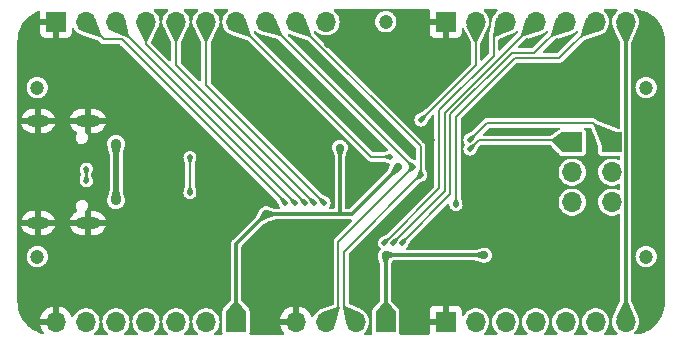
<source format=gbl>
%TF.GenerationSoftware,KiCad,Pcbnew,7.0.10*%
%TF.CreationDate,2024-01-31T17:31:42+08:00*%
%TF.ProjectId,UINIO-USB-Serial,55494e49-4f2d-4555-9342-2d5365726961,Version 1.0.0*%
%TF.SameCoordinates,PX7ba4d50PY51e45b0*%
%TF.FileFunction,Copper,L2,Bot*%
%TF.FilePolarity,Positive*%
%FSLAX46Y46*%
G04 Gerber Fmt 4.6, Leading zero omitted, Abs format (unit mm)*
G04 Created by KiCad (PCBNEW 7.0.10) date 2024-01-31 17:31:42*
%MOMM*%
%LPD*%
G01*
G04 APERTURE LIST*
%TA.AperFunction,ComponentPad*%
%ADD10R,1.700000X1.700000*%
%TD*%
%TA.AperFunction,ComponentPad*%
%ADD11O,1.700000X1.700000*%
%TD*%
%TA.AperFunction,ComponentPad*%
%ADD12C,1.200000*%
%TD*%
%TA.AperFunction,ComponentPad*%
%ADD13O,2.100000X1.000000*%
%TD*%
%TA.AperFunction,ComponentPad*%
%ADD14O,1.900000X1.000000*%
%TD*%
%TA.AperFunction,ViaPad*%
%ADD15C,0.500000*%
%TD*%
%TA.AperFunction,ViaPad*%
%ADD16C,0.700000*%
%TD*%
%TA.AperFunction,ViaPad*%
%ADD17C,0.900000*%
%TD*%
%TA.AperFunction,Conductor*%
%ADD18C,0.300000*%
%TD*%
%TA.AperFunction,Conductor*%
%ADD19C,0.500000*%
%TD*%
%TA.AperFunction,Conductor*%
%ADD20C,0.200000*%
%TD*%
G04 APERTURE END LIST*
D10*
%TO.P,J2,1,Pin_1*%
%TO.N,GND*%
X490000Y-1350000D03*
D11*
%TO.P,J2,2,Pin_2*%
%TO.N,/DTR0{slash}IO5*%
X3030000Y-1350000D03*
%TO.P,J2,3,Pin_3*%
%TO.N,/JTAG_TDI*%
X5570000Y-1350000D03*
%TO.P,J2,4,Pin_4*%
%TO.N,/JTAG_TDO*%
X8110000Y-1350000D03*
%TO.P,J2,5,Pin_5*%
%TO.N,/CTS0{slash}SCK{slash}TCK*%
X10650000Y-1350000D03*
%TO.P,J2,6,Pin_6*%
%TO.N,/DSR0{slash}CS0{slash}TMS*%
X13190000Y-1350000D03*
%TO.P,J2,7,Pin_7*%
%TO.N,/DCD0{slash}IO4*%
X15730000Y-1350000D03*
%TO.P,J2,8,Pin_8*%
%TO.N,/I2C_SDA*%
X18270000Y-1350000D03*
%TO.P,J2,9,Pin_9*%
%TO.N,/I2C_SCL*%
X20810000Y-1350000D03*
%TO.P,J2,10,Pin_10*%
%TO.N,/VDD_3.3V*%
X23350000Y-1350000D03*
%TD*%
D10*
%TO.P,J6,1,Pin_1*%
%TO.N,Net-(J6-Pin_1)*%
X47559730Y-11545000D03*
D11*
%TO.P,J6,2,Pin_2*%
%TO.N,/DTR1*%
X47559730Y-14085000D03*
%TO.P,J6,3,Pin_3*%
%TO.N,Net-(J6-Pin_3)*%
X47559730Y-16625000D03*
%TD*%
D12*
%TO.P,HOLE\u002A\u002A,*%
%TO.N,*%
X-1100000Y-6930000D03*
%TD*%
D10*
%TO.P,J3,1,Pin_1*%
%TO.N,/VDD_3.3V*%
X28415000Y-26750000D03*
D11*
%TO.P,J3,2,Pin_2*%
%TO.N,/I2C_SCL*%
X25875000Y-26750000D03*
%TO.P,J3,3,Pin_3*%
%TO.N,/I2C_SDA*%
X23335000Y-26750000D03*
%TO.P,J3,4,Pin_4*%
%TO.N,GND*%
X20795000Y-26750000D03*
%TD*%
D10*
%TO.P,J7,1,Pin_1*%
%TO.N,/VDD_3.3V*%
X15740000Y-26750000D03*
D11*
%TO.P,J7,2,Pin_2*%
%TO.N,/DSR0{slash}CS0{slash}TMS*%
X13200000Y-26750000D03*
%TO.P,J7,3,Pin_3*%
%TO.N,/CTS0{slash}SCK{slash}TCK*%
X10660000Y-26750000D03*
%TO.P,J7,4,Pin_4*%
%TO.N,/JTAG_TDO*%
X8120000Y-26750000D03*
%TO.P,J7,5,Pin_5*%
%TO.N,/JTAG_TDI*%
X5580000Y-26750000D03*
%TO.P,J7,6,Pin_6*%
%TO.N,/DTR0{slash}IO5*%
X3040000Y-26750000D03*
%TO.P,J7,7,Pin_7*%
%TO.N,GND*%
X500000Y-26750000D03*
%TD*%
D10*
%TO.P,J4,1,Pin_1*%
%TO.N,GND*%
X33490000Y-1350000D03*
D11*
%TO.P,J4,2,Pin_2*%
%TO.N,/RTS1{slash}IO7*%
X36030000Y-1350000D03*
%TO.P,J4,3,Pin_3*%
%TO.N,/CTS1{slash}IO6*%
X38570000Y-1350000D03*
%TO.P,J4,4,Pin_4*%
%TO.N,/TXD1*%
X41110000Y-1350000D03*
%TO.P,J4,5,Pin_5*%
%TO.N,/RXD1*%
X43650000Y-1350000D03*
%TO.P,J4,6,Pin_6*%
%TO.N,/DTR1*%
X46190000Y-1350000D03*
%TO.P,J4,7,Pin_7*%
%TO.N,/VDD_3.3V*%
X48730000Y-1350000D03*
%TD*%
D13*
%TO.P,USB1,13,GND*%
%TO.N,GND*%
X3180000Y-9745000D03*
%TO.P,USB1,14,GND*%
X3180000Y-18395000D03*
D14*
%TO.P,USB1,15,GND*%
X-1020000Y-9745000D03*
%TO.P,USB1,16,GND*%
X-1020000Y-18395000D03*
%TD*%
D10*
%TO.P,J1,1,Pin_1*%
%TO.N,GND*%
X33490000Y-26750000D03*
D11*
%TO.P,J1,2,Pin_2*%
%TO.N,/DSR0{slash}CS0{slash}TMS*%
X36030000Y-26750000D03*
%TO.P,J1,3,Pin_3*%
%TO.N,/CTS0{slash}SCK{slash}TCK*%
X38570000Y-26750000D03*
%TO.P,J1,4,Pin_4*%
%TO.N,/JTAG_TDO*%
X41110000Y-26750000D03*
%TO.P,J1,5,Pin_5*%
%TO.N,/JTAG_TDI*%
X43650000Y-26750000D03*
%TO.P,J1,6,Pin_6*%
%TO.N,/DTR0{slash}IO5*%
X46190000Y-26750000D03*
%TO.P,J1,7,Pin_7*%
%TO.N,/VDD_3.3V*%
X48730000Y-26750000D03*
%TD*%
D10*
%TO.P,J5,1,Pin_1*%
%TO.N,Net-(J5-Pin_1)*%
X44200000Y-11545000D03*
D11*
%TO.P,J5,2,Pin_2*%
%TO.N,/RTS1{slash}IO7*%
X44200000Y-14085000D03*
%TO.P,J5,3,Pin_3*%
%TO.N,Net-(J5-Pin_3)*%
X44200000Y-16625000D03*
%TD*%
D12*
%TO.P,HOLE\u002A\u002A,*%
%TO.N,*%
X50460000Y-21230000D03*
%TD*%
%TO.P,HOLE\u002A\u002A,*%
%TO.N,*%
X50460000Y-6930000D03*
%TD*%
%TO.P,HOLE\u002A\u002A,*%
%TO.N,*%
X-1090000Y-21230000D03*
%TD*%
%TO.P,HOLE\u002A\u002A,*%
%TO.N,*%
X28415000Y-1350000D03*
%TD*%
D15*
%TO.N,GND*%
X43820000Y-6230000D03*
X23630000Y-5440000D03*
X10260000Y-15100000D03*
X14660000Y-15830000D03*
X35550000Y-19720000D03*
X40790000Y-10620000D03*
X10260000Y-13340000D03*
X43650000Y-21120000D03*
D16*
X35400000Y-9910000D03*
D15*
X25070000Y-3720000D03*
X8180000Y-25120000D03*
X40410000Y-25120000D03*
D16*
X37890000Y-7430000D03*
D15*
X42940000Y-3020000D03*
X40790000Y-17980000D03*
X10680000Y-25120000D03*
X25070000Y-6910000D03*
X23630000Y-7960000D03*
X25070000Y-9450000D03*
X36850000Y-3020000D03*
X14460000Y-2960000D03*
X50480000Y-10200000D03*
D16*
X27100000Y-22920000D03*
X26830000Y-8630000D03*
D15*
X22910000Y-11990000D03*
X35010000Y-14650000D03*
X37380000Y-25120000D03*
X38540000Y-3020000D03*
X50480000Y-17890000D03*
X13230000Y-25120000D03*
X11920000Y-2960000D03*
X37780000Y-12810000D03*
X42950000Y-25120000D03*
X5630000Y-25120000D03*
X45490000Y-25120000D03*
D16*
X23540000Y-3260000D03*
D15*
X32310000Y-11330000D03*
X9380000Y-2960000D03*
X40410000Y-3020000D03*
D16*
%TO.N,/VDD_3.3V*%
X24540000Y-12000000D03*
X28400000Y-21110000D03*
X29430000Y-13660000D03*
X18290000Y-17640000D03*
X36760000Y-21120000D03*
D17*
%TO.N,/VDD_5V*%
X5580000Y-11670000D03*
X5580000Y-16470000D03*
D15*
%TO.N,/DCD0{slash}IO4*%
X28786833Y-12783167D03*
%TO.N,/CTS0{slash}SCK{slash}TCK*%
X22362500Y-16690000D03*
%TO.N,/JTAG_TDI*%
X20707500Y-16690000D03*
%TO.N,/I2C_SDA*%
X30730000Y-13660000D03*
%TO.N,/JTAG_TDO*%
X21535000Y-16690000D03*
%TO.N,/DTR0{slash}IO5*%
X19880000Y-16690000D03*
%TO.N,/DSR0{slash}CS0{slash}TMS*%
X23190000Y-16690000D03*
%TO.N,/I2C_SCL*%
X31370000Y-14360000D03*
%TO.N,/CTS1{slash}IO6*%
X28300000Y-20070000D03*
%TO.N,/TXD1*%
X29040000Y-20070000D03*
%TO.N,/RXD1*%
X29810000Y-20070000D03*
%TO.N,/RTS1{slash}IO7*%
X31400000Y-9679500D03*
%TO.N,/DTR1*%
X34360000Y-16840000D03*
%TO.N,Net-(J5-Pin_1)*%
X35550000Y-12130000D03*
%TO.N,Net-(J6-Pin_1)*%
X35540000Y-11350000D03*
%TO.N,Net-(USB1-CC2)*%
X11830000Y-12820000D03*
X11830000Y-15820000D03*
%TO.N,/USB_Data+*%
X3060000Y-14820000D03*
X3060000Y-13820000D03*
%TD*%
D18*
%TO.N,GND*%
X35410000Y-9910000D02*
X35400000Y-9910000D01*
X37890000Y-7430000D02*
X35410000Y-9910000D01*
%TO.N,/VDD_3.3V*%
X36750000Y-21110000D02*
X36760000Y-21120000D01*
X25540000Y-17640000D02*
X29430000Y-13750000D01*
X28400000Y-21110000D02*
X28415000Y-21125000D01*
X24182893Y-17640000D02*
X24480000Y-17640000D01*
X18290000Y-17640000D02*
X15740000Y-20190000D01*
X48730000Y-1350000D02*
X48730000Y-26750000D01*
X28400000Y-21110000D02*
X36750000Y-21110000D01*
X15740000Y-20190000D02*
X15740000Y-26750000D01*
X29430000Y-13750000D02*
X29430000Y-13660000D01*
X28415000Y-21125000D02*
X28415000Y-26750000D01*
X24480000Y-17640000D02*
X24540000Y-17580000D01*
X24540000Y-17580000D02*
X24540000Y-12000000D01*
X24182893Y-17640000D02*
X25540000Y-17640000D01*
X18290000Y-17640000D02*
X24182893Y-17640000D01*
D19*
%TO.N,/VDD_5V*%
X5580000Y-11670000D02*
X5580000Y-16470000D01*
D20*
%TO.N,/DCD0{slash}IO4*%
X28786833Y-12783167D02*
X27183167Y-12783167D01*
X27183167Y-12783167D02*
X15750000Y-1350000D01*
%TO.N,/CTS0{slash}SCK{slash}TCK*%
X22362500Y-16690000D02*
X10650000Y-4977500D01*
X10650000Y-4977500D02*
X10650000Y-1350000D01*
%TO.N,/JTAG_TDI*%
X20707500Y-16690000D02*
X20693603Y-16690000D01*
X20693603Y-16690000D02*
X5570000Y-1566397D01*
%TO.N,/I2C_SDA*%
X30730000Y-13660000D02*
X18420000Y-1350000D01*
X30730000Y-13660000D02*
X24410000Y-19980000D01*
X24410000Y-19980000D02*
X24410000Y-25670000D01*
X24410000Y-25670000D02*
X23335000Y-26745000D01*
%TO.N,/JTAG_TDO*%
X21535000Y-16690000D02*
X8110000Y-3265000D01*
X8110000Y-3265000D02*
X8110000Y-1350000D01*
%TO.N,/DTR0{slash}IO5*%
X6080000Y-2850000D02*
X4530000Y-2850000D01*
X19880000Y-16650000D02*
X6080000Y-2850000D01*
X19880000Y-16690000D02*
X19880000Y-16650000D01*
X4530000Y-2850000D02*
X3030000Y-1350000D01*
%TO.N,/DSR0{slash}CS0{slash}TMS*%
X23190000Y-16690000D02*
X13190000Y-6690000D01*
X13190000Y-6690000D02*
X13190000Y-1350000D01*
%TO.N,/I2C_SCL*%
X31370000Y-14360000D02*
X31370000Y-11910000D01*
X31370000Y-14360000D02*
X31340000Y-14360000D01*
X24880000Y-25670000D02*
X25875000Y-26665000D01*
X31370000Y-11910000D02*
X20810000Y-1350000D01*
X31340000Y-14360000D02*
X24880000Y-20820000D01*
X24880000Y-20820000D02*
X24880000Y-25670000D01*
%TO.N,/CTS1{slash}IO6*%
X28300000Y-20070000D02*
X28310000Y-20070000D01*
X28310000Y-20070000D02*
X32940000Y-15440000D01*
X37550000Y-4230000D02*
X37550000Y-2370000D01*
X32940000Y-15440000D02*
X32940000Y-8840000D01*
X37550000Y-2370000D02*
X38570000Y-1350000D01*
X32940000Y-8840000D02*
X37550000Y-4230000D01*
%TO.N,/TXD1*%
X33410000Y-15690000D02*
X33410000Y-9050000D01*
X33410000Y-9050000D02*
X41110000Y-1350000D01*
X29040000Y-20060000D02*
X33410000Y-15690000D01*
X29040000Y-20070000D02*
X29040000Y-20060000D01*
%TO.N,/RXD1*%
X41000000Y-4000000D02*
X43650000Y-1350000D01*
X33890000Y-9200000D02*
X39090000Y-4000000D01*
X39090000Y-4000000D02*
X41000000Y-4000000D01*
X29812083Y-20052083D02*
X29812083Y-20047917D01*
X33890000Y-15970000D02*
X33890000Y-9200000D01*
X29812083Y-20047917D02*
X33890000Y-15970000D01*
%TO.N,/RTS1{slash}IO7*%
X36030000Y-5050000D02*
X36030000Y-1350000D01*
X31400000Y-9679500D02*
X32019500Y-9060000D01*
X32019500Y-9060000D02*
X32020000Y-9060000D01*
X32020000Y-9060000D02*
X36030000Y-5050000D01*
%TO.N,/DTR1*%
X39330000Y-4410000D02*
X43120000Y-4410000D01*
X43120000Y-4410000D02*
X46180000Y-1350000D01*
X34360000Y-9380000D02*
X39330000Y-4410000D01*
X34360000Y-16840000D02*
X34360000Y-9380000D01*
%TO.N,Net-(J5-Pin_1)*%
X36290000Y-11390000D02*
X44045000Y-11390000D01*
X35550000Y-12130000D02*
X36290000Y-11390000D01*
%TO.N,Net-(J6-Pin_1)*%
X45924730Y-9910000D02*
X47559730Y-11545000D01*
X36980000Y-9910000D02*
X45924730Y-9910000D01*
X35540000Y-11350000D02*
X36980000Y-9910000D01*
%TO.N,Net-(USB1-CC2)*%
X11830000Y-12820000D02*
X11830000Y-15820000D01*
%TO.N,/USB_Data+*%
X3060000Y-13820000D02*
X3060000Y-14820000D01*
%TD*%
%TA.AperFunction,Conductor*%
%TO.N,GND*%
G36*
X-883720Y-470453D02*
G01*
X-860305Y-526981D01*
X-860000Y-534748D01*
X-860000Y-1099999D01*
X-859999Y-1100000D01*
X56314Y-1100000D01*
X30507Y-1140156D01*
X-10000Y-1278111D01*
X-10000Y-1421889D01*
X30507Y-1559844D01*
X56314Y-1600000D01*
X-859999Y-1600000D01*
X-860000Y-1600001D01*
X-860000Y-2247824D01*
X-860001Y-2247824D01*
X-853599Y-2307370D01*
X-853597Y-2307381D01*
X-803354Y-2442088D01*
X-803353Y-2442090D01*
X-717193Y-2557184D01*
X-717185Y-2557192D01*
X-602091Y-2643352D01*
X-602089Y-2643353D01*
X-467382Y-2693596D01*
X-467371Y-2693598D01*
X-407824Y-2700000D01*
X239999Y-2700000D01*
X240000Y-2699999D01*
X240000Y-1785501D01*
X347685Y-1834680D01*
X454237Y-1850000D01*
X525763Y-1850000D01*
X632315Y-1834680D01*
X740000Y-1785501D01*
X740000Y-2699999D01*
X740001Y-2700000D01*
X1387824Y-2700000D01*
X1447370Y-2693598D01*
X1447381Y-2693596D01*
X1582088Y-2643353D01*
X1582090Y-2643352D01*
X1697184Y-2557192D01*
X1697192Y-2557184D01*
X1783352Y-2442090D01*
X1783353Y-2442088D01*
X1833596Y-2307381D01*
X1833598Y-2307370D01*
X1840000Y-2247824D01*
X1840000Y-1962191D01*
X1858907Y-1904000D01*
X1908407Y-1868036D01*
X1969593Y-1868036D01*
X2019093Y-1904000D01*
X2027621Y-1918063D01*
X2047630Y-1958248D01*
X2047632Y-1958252D01*
X2047634Y-1958255D01*
X2176128Y-2128407D01*
X2217788Y-2166385D01*
X2333692Y-2272047D01*
X2333699Y-2272053D01*
X2422180Y-2326838D01*
X2514981Y-2384298D01*
X2588795Y-2412893D01*
X2601160Y-2418695D01*
X2619648Y-2428982D01*
X2695925Y-2454508D01*
X2700233Y-2456064D01*
X2713802Y-2461321D01*
X2713807Y-2461322D01*
X2717085Y-2462255D01*
X2725903Y-2464541D01*
X3984732Y-2885831D01*
X4023317Y-2909709D01*
X4201950Y-3088342D01*
X4201949Y-3088342D01*
X4291657Y-3178049D01*
X4291658Y-3178050D01*
X4313149Y-3189000D01*
X4326395Y-3197117D01*
X4345910Y-3211296D01*
X4345912Y-3211296D01*
X4345913Y-3211297D01*
X4368852Y-3218750D01*
X4383195Y-3224690D01*
X4404696Y-3235646D01*
X4428524Y-3239419D01*
X4443633Y-3243047D01*
X4452194Y-3245828D01*
X4466567Y-3250499D01*
X4494379Y-3250499D01*
X4494403Y-3250500D01*
X4498481Y-3250500D01*
X5873099Y-3250500D01*
X5931290Y-3269407D01*
X5943103Y-3279496D01*
X19203365Y-16539757D01*
X19224337Y-16570718D01*
X19363732Y-16895532D01*
X19365580Y-16899751D01*
X19365582Y-16899753D01*
X19373151Y-16910698D01*
X19383190Y-16929122D01*
X19399138Y-16967624D01*
X19399139Y-16967625D01*
X19447180Y-17030233D01*
X19467604Y-17087908D01*
X19450227Y-17146574D01*
X19401686Y-17183821D01*
X19368638Y-17189500D01*
X19066876Y-17189500D01*
X19037886Y-17185160D01*
X18525127Y-17028125D01*
X18523638Y-17027615D01*
X18523566Y-17027599D01*
X18368990Y-16989500D01*
X18368985Y-16989500D01*
X18211015Y-16989500D01*
X18211012Y-16989500D01*
X18057635Y-17027303D01*
X17917758Y-17100718D01*
X17799515Y-17205471D01*
X17709780Y-17335477D01*
X17705018Y-17348031D01*
X17693719Y-17367880D01*
X17694368Y-17368306D01*
X17691856Y-17372133D01*
X17439541Y-17847216D01*
X17422111Y-17870784D01*
X15443265Y-19849630D01*
X15434988Y-19857026D01*
X15406030Y-19880119D01*
X15406029Y-19880120D01*
X15373556Y-19927748D01*
X15371416Y-19930764D01*
X15337207Y-19977116D01*
X15333742Y-19983674D01*
X15333353Y-19983468D01*
X15332350Y-19985455D01*
X15332746Y-19985646D01*
X15329526Y-19992332D01*
X15312536Y-20047410D01*
X15311380Y-20050923D01*
X15292355Y-20105295D01*
X15290976Y-20112587D01*
X15290544Y-20112505D01*
X15290171Y-20114700D01*
X15290605Y-20114766D01*
X15289500Y-20122099D01*
X15289500Y-20179715D01*
X15289431Y-20183416D01*
X15287276Y-20241010D01*
X15288107Y-20248385D01*
X15287668Y-20248434D01*
X15289500Y-20262344D01*
X15289500Y-24898805D01*
X15270593Y-24956996D01*
X15266921Y-24961740D01*
X14660925Y-25697592D01*
X14660917Y-25697602D01*
X14658955Y-25701056D01*
X14642900Y-25722128D01*
X14637793Y-25727235D01*
X14617916Y-25772253D01*
X14613427Y-25781172D01*
X14609210Y-25788592D01*
X14609210Y-25788593D01*
X14605010Y-25800295D01*
X14604816Y-25800225D01*
X14602044Y-25808196D01*
X14592416Y-25830005D01*
X14592414Y-25830009D01*
X14589500Y-25855130D01*
X14589500Y-25892936D01*
X14588608Y-25903985D01*
X14588842Y-25914104D01*
X14589500Y-25920423D01*
X14589500Y-27644860D01*
X14589501Y-27644863D01*
X14592414Y-27669990D01*
X14592415Y-27669992D01*
X14605891Y-27700511D01*
X14612100Y-27761380D01*
X14581345Y-27814274D01*
X14525373Y-27838989D01*
X14515327Y-27839500D01*
X13968169Y-27839500D01*
X13909978Y-27820593D01*
X13874014Y-27771093D01*
X13874014Y-27709907D01*
X13901473Y-27667339D01*
X13968713Y-27606040D01*
X14053872Y-27528407D01*
X14182366Y-27358255D01*
X14277405Y-27167389D01*
X14335756Y-26962310D01*
X14355429Y-26750000D01*
X14335756Y-26537690D01*
X14277405Y-26332611D01*
X14182366Y-26141745D01*
X14053872Y-25971593D01*
X13898563Y-25830009D01*
X13896307Y-25827952D01*
X13896300Y-25827946D01*
X13715024Y-25715705D01*
X13715019Y-25715702D01*
X13668271Y-25697592D01*
X13516198Y-25638679D01*
X13516197Y-25638678D01*
X13516195Y-25638678D01*
X13306610Y-25599500D01*
X13093390Y-25599500D01*
X12883804Y-25638678D01*
X12684980Y-25715702D01*
X12684975Y-25715705D01*
X12503699Y-25827946D01*
X12503692Y-25827952D01*
X12346135Y-25971586D01*
X12346131Y-25971589D01*
X12346128Y-25971593D01*
X12346125Y-25971597D01*
X12217635Y-26141743D01*
X12217630Y-26141752D01*
X12122596Y-26332608D01*
X12064244Y-26537688D01*
X12064244Y-26537690D01*
X12044571Y-26750000D01*
X12064244Y-26962310D01*
X12122595Y-27167389D01*
X12217634Y-27358255D01*
X12346128Y-27528407D01*
X12346135Y-27528413D01*
X12498527Y-27667339D01*
X12528793Y-27720514D01*
X12522022Y-27781324D01*
X12480801Y-27826540D01*
X12431831Y-27839500D01*
X11428169Y-27839500D01*
X11369978Y-27820593D01*
X11334014Y-27771093D01*
X11334014Y-27709907D01*
X11361473Y-27667339D01*
X11428713Y-27606040D01*
X11513872Y-27528407D01*
X11642366Y-27358255D01*
X11737405Y-27167389D01*
X11795756Y-26962310D01*
X11815429Y-26750000D01*
X11795756Y-26537690D01*
X11737405Y-26332611D01*
X11642366Y-26141745D01*
X11513872Y-25971593D01*
X11358563Y-25830009D01*
X11356307Y-25827952D01*
X11356300Y-25827946D01*
X11175024Y-25715705D01*
X11175019Y-25715702D01*
X11128271Y-25697592D01*
X10976198Y-25638679D01*
X10976197Y-25638678D01*
X10976195Y-25638678D01*
X10766610Y-25599500D01*
X10553390Y-25599500D01*
X10343804Y-25638678D01*
X10144980Y-25715702D01*
X10144975Y-25715705D01*
X9963699Y-25827946D01*
X9963692Y-25827952D01*
X9806135Y-25971586D01*
X9806131Y-25971589D01*
X9806128Y-25971593D01*
X9806125Y-25971597D01*
X9677635Y-26141743D01*
X9677630Y-26141752D01*
X9582596Y-26332608D01*
X9524244Y-26537688D01*
X9524244Y-26537690D01*
X9504571Y-26750000D01*
X9524244Y-26962310D01*
X9582595Y-27167389D01*
X9677634Y-27358255D01*
X9806128Y-27528407D01*
X9806135Y-27528413D01*
X9958527Y-27667339D01*
X9988793Y-27720514D01*
X9982022Y-27781324D01*
X9940801Y-27826540D01*
X9891831Y-27839500D01*
X8888169Y-27839500D01*
X8829978Y-27820593D01*
X8794014Y-27771093D01*
X8794014Y-27709907D01*
X8821473Y-27667339D01*
X8888713Y-27606040D01*
X8973872Y-27528407D01*
X9102366Y-27358255D01*
X9197405Y-27167389D01*
X9255756Y-26962310D01*
X9275429Y-26750000D01*
X9255756Y-26537690D01*
X9197405Y-26332611D01*
X9102366Y-26141745D01*
X8973872Y-25971593D01*
X8818563Y-25830009D01*
X8816307Y-25827952D01*
X8816300Y-25827946D01*
X8635024Y-25715705D01*
X8635019Y-25715702D01*
X8588271Y-25697592D01*
X8436198Y-25638679D01*
X8436197Y-25638678D01*
X8436195Y-25638678D01*
X8226610Y-25599500D01*
X8013390Y-25599500D01*
X7803804Y-25638678D01*
X7604980Y-25715702D01*
X7604975Y-25715705D01*
X7423699Y-25827946D01*
X7423692Y-25827952D01*
X7266135Y-25971586D01*
X7266131Y-25971589D01*
X7266128Y-25971593D01*
X7266125Y-25971597D01*
X7137635Y-26141743D01*
X7137630Y-26141752D01*
X7042596Y-26332608D01*
X6984244Y-26537688D01*
X6984244Y-26537690D01*
X6964571Y-26750000D01*
X6984244Y-26962310D01*
X7042595Y-27167389D01*
X7137634Y-27358255D01*
X7266128Y-27528407D01*
X7266135Y-27528413D01*
X7418527Y-27667339D01*
X7448793Y-27720514D01*
X7442022Y-27781324D01*
X7400801Y-27826540D01*
X7351831Y-27839500D01*
X6348169Y-27839500D01*
X6289978Y-27820593D01*
X6254014Y-27771093D01*
X6254014Y-27709907D01*
X6281473Y-27667339D01*
X6348713Y-27606040D01*
X6433872Y-27528407D01*
X6562366Y-27358255D01*
X6657405Y-27167389D01*
X6715756Y-26962310D01*
X6735429Y-26750000D01*
X6715756Y-26537690D01*
X6657405Y-26332611D01*
X6562366Y-26141745D01*
X6433872Y-25971593D01*
X6278563Y-25830009D01*
X6276307Y-25827952D01*
X6276300Y-25827946D01*
X6095024Y-25715705D01*
X6095019Y-25715702D01*
X6048271Y-25697592D01*
X5896198Y-25638679D01*
X5896197Y-25638678D01*
X5896195Y-25638678D01*
X5686610Y-25599500D01*
X5473390Y-25599500D01*
X5263804Y-25638678D01*
X5064980Y-25715702D01*
X5064975Y-25715705D01*
X4883699Y-25827946D01*
X4883692Y-25827952D01*
X4726135Y-25971586D01*
X4726131Y-25971589D01*
X4726128Y-25971593D01*
X4726125Y-25971597D01*
X4597635Y-26141743D01*
X4597630Y-26141752D01*
X4502596Y-26332608D01*
X4444244Y-26537688D01*
X4444244Y-26537690D01*
X4424571Y-26750000D01*
X4444244Y-26962310D01*
X4502595Y-27167389D01*
X4597634Y-27358255D01*
X4726128Y-27528407D01*
X4726135Y-27528413D01*
X4878527Y-27667339D01*
X4908793Y-27720514D01*
X4902022Y-27781324D01*
X4860801Y-27826540D01*
X4811831Y-27839500D01*
X3808169Y-27839500D01*
X3749978Y-27820593D01*
X3714014Y-27771093D01*
X3714014Y-27709907D01*
X3741473Y-27667339D01*
X3808713Y-27606040D01*
X3893872Y-27528407D01*
X4022366Y-27358255D01*
X4117405Y-27167389D01*
X4175756Y-26962310D01*
X4195429Y-26750000D01*
X4175756Y-26537690D01*
X4117405Y-26332611D01*
X4022366Y-26141745D01*
X3893872Y-25971593D01*
X3738563Y-25830009D01*
X3736307Y-25827952D01*
X3736300Y-25827946D01*
X3555024Y-25715705D01*
X3555019Y-25715702D01*
X3508271Y-25697592D01*
X3356198Y-25638679D01*
X3356197Y-25638678D01*
X3356195Y-25638678D01*
X3146610Y-25599500D01*
X2933390Y-25599500D01*
X2723804Y-25638678D01*
X2524980Y-25715702D01*
X2524975Y-25715705D01*
X2343699Y-25827946D01*
X2343692Y-25827952D01*
X2186135Y-25971586D01*
X2186131Y-25971589D01*
X2186128Y-25971593D01*
X2186125Y-25971597D01*
X2057635Y-26141743D01*
X2057630Y-26141752D01*
X1964206Y-26329375D01*
X1921343Y-26373037D01*
X1861002Y-26383167D01*
X1806231Y-26355895D01*
X1779958Y-26310869D01*
X1773430Y-26286506D01*
X1773429Y-26286505D01*
X1673605Y-26072432D01*
X1673601Y-26072424D01*
X1538113Y-25878926D01*
X1371073Y-25711886D01*
X1177577Y-25576399D01*
X963489Y-25476569D01*
X750000Y-25419364D01*
X750000Y-26314498D01*
X642315Y-26265320D01*
X535763Y-26250000D01*
X464237Y-26250000D01*
X357685Y-26265320D01*
X250000Y-26314498D01*
X250000Y-25419364D01*
X36505Y-25476570D01*
X-177568Y-25576394D01*
X-177576Y-25576398D01*
X-371074Y-25711886D01*
X-538114Y-25878926D01*
X-673602Y-26072424D01*
X-673606Y-26072432D01*
X-773430Y-26286505D01*
X-830636Y-26500000D01*
X66314Y-26500000D01*
X40507Y-26540156D01*
X0Y-26678111D01*
X0Y-26821889D01*
X40507Y-26959844D01*
X66314Y-27000000D01*
X-830636Y-27000000D01*
X-773431Y-27213489D01*
X-673601Y-27427577D01*
X-543980Y-27612696D01*
X-526091Y-27671208D01*
X-546011Y-27729060D01*
X-596131Y-27764154D01*
X-652483Y-27764611D01*
X-922762Y-27686745D01*
X-933241Y-27683078D01*
X-1207829Y-27569340D01*
X-1217831Y-27564523D01*
X-1477954Y-27420758D01*
X-1487354Y-27414852D01*
X-1729751Y-27242863D01*
X-1738431Y-27235941D01*
X-1763556Y-27213488D01*
X-1960053Y-27037887D01*
X-1967888Y-27030052D01*
X-2165944Y-26808427D01*
X-2172864Y-26799750D01*
X-2174800Y-26797022D01*
X-2344853Y-26557353D01*
X-2350759Y-26547953D01*
X-2494524Y-26287830D01*
X-2499341Y-26277828D01*
X-2539061Y-26181936D01*
X-2613081Y-26003236D01*
X-2616746Y-25992761D01*
X-2622846Y-25971586D01*
X-2699031Y-25707144D01*
X-2701494Y-25696350D01*
X-2751282Y-25403324D01*
X-2752524Y-25392294D01*
X-2758925Y-25278318D01*
X-2769344Y-25092777D01*
X-2769500Y-25087226D01*
X-2769500Y-21229999D01*
X-1995460Y-21229999D01*
X-1991042Y-21272034D01*
X-1990500Y-21282382D01*
X-1990500Y-21324650D01*
X-1981715Y-21365986D01*
X-1980095Y-21376213D01*
X-1975675Y-21418254D01*
X-1962613Y-21458453D01*
X-1959931Y-21468462D01*
X-1951144Y-21509805D01*
X-1933954Y-21548413D01*
X-1930241Y-21558085D01*
X-1917179Y-21598284D01*
X-1917177Y-21598289D01*
X-1896048Y-21634884D01*
X-1891343Y-21644117D01*
X-1874152Y-21682729D01*
X-1874151Y-21682730D01*
X-1849314Y-21716917D01*
X-1849312Y-21716919D01*
X-1843670Y-21725607D01*
X-1822533Y-21762217D01*
X-1822531Y-21762219D01*
X-1794252Y-21793625D01*
X-1787729Y-21801680D01*
X-1762889Y-21835870D01*
X-1731480Y-21864151D01*
X-1724153Y-21871478D01*
X-1695871Y-21902888D01*
X-1695868Y-21902890D01*
X-1661682Y-21927727D01*
X-1653626Y-21934251D01*
X-1622220Y-21962530D01*
X-1622218Y-21962532D01*
X-1622216Y-21962533D01*
X-1585612Y-21983667D01*
X-1585608Y-21983669D01*
X-1576919Y-21989312D01*
X-1542730Y-22014151D01*
X-1504114Y-22031343D01*
X-1494892Y-22036043D01*
X-1458288Y-22057177D01*
X-1458287Y-22057177D01*
X-1458284Y-22057179D01*
X-1428297Y-22066922D01*
X-1418085Y-22070240D01*
X-1408423Y-22073948D01*
X-1369803Y-22091144D01*
X-1328457Y-22099931D01*
X-1318460Y-22102610D01*
X-1278256Y-22115674D01*
X-1236212Y-22120092D01*
X-1225998Y-22121710D01*
X-1184646Y-22130500D01*
X-1184643Y-22130500D01*
X-995356Y-22130500D01*
X-995354Y-22130500D01*
X-954007Y-22121711D01*
X-943787Y-22120092D01*
X-901744Y-22115674D01*
X-861538Y-22102609D01*
X-851539Y-22099930D01*
X-810197Y-22091144D01*
X-771576Y-22073947D01*
X-761927Y-22070243D01*
X-721716Y-22057179D01*
X-685112Y-22036045D01*
X-675877Y-22031340D01*
X-651717Y-22020582D01*
X-637270Y-22014151D01*
X-603074Y-21989305D01*
X-594393Y-21983669D01*
X-557784Y-21962533D01*
X-526364Y-21934240D01*
X-518334Y-21927737D01*
X-484129Y-21902888D01*
X-455839Y-21871467D01*
X-448533Y-21864161D01*
X-417112Y-21835871D01*
X-392263Y-21801666D01*
X-385760Y-21793636D01*
X-357467Y-21762216D01*
X-336330Y-21725604D01*
X-330689Y-21716919D01*
X-305849Y-21682730D01*
X-295409Y-21659281D01*
X-288660Y-21644123D01*
X-283955Y-21634888D01*
X-272571Y-21615170D01*
X-262821Y-21598284D01*
X-249757Y-21558073D01*
X-246053Y-21548424D01*
X-228856Y-21509803D01*
X-220070Y-21468461D01*
X-217388Y-21458453D01*
X-204326Y-21418256D01*
X-199908Y-21376213D01*
X-198288Y-21365988D01*
X-189500Y-21324646D01*
X-189500Y-21282382D01*
X-188958Y-21272034D01*
X-188410Y-21266818D01*
X-184540Y-21230000D01*
X-188958Y-21187963D01*
X-189500Y-21177616D01*
X-189500Y-21135357D01*
X-189500Y-21135354D01*
X-198290Y-21094002D01*
X-199907Y-21083787D01*
X-204326Y-21041744D01*
X-217390Y-21001540D01*
X-220070Y-20991537D01*
X-228856Y-20950197D01*
X-246052Y-20911577D01*
X-249760Y-20901915D01*
X-262821Y-20861717D01*
X-262823Y-20861712D01*
X-283957Y-20825108D01*
X-288661Y-20815876D01*
X-305849Y-20777270D01*
X-330690Y-20743078D01*
X-336331Y-20734392D01*
X-357468Y-20697782D01*
X-357470Y-20697780D01*
X-385749Y-20666374D01*
X-392273Y-20658318D01*
X-394253Y-20655593D01*
X-417112Y-20624129D01*
X-448524Y-20595845D01*
X-455849Y-20588520D01*
X-484130Y-20557111D01*
X-518320Y-20532271D01*
X-526375Y-20525748D01*
X-557781Y-20497469D01*
X-557783Y-20497467D01*
X-594393Y-20476330D01*
X-603081Y-20470688D01*
X-606137Y-20468468D01*
X-637270Y-20445849D01*
X-637271Y-20445848D01*
X-675883Y-20428657D01*
X-685116Y-20423952D01*
X-721711Y-20402823D01*
X-721716Y-20402821D01*
X-761915Y-20389759D01*
X-771587Y-20386046D01*
X-810195Y-20368856D01*
X-835184Y-20363544D01*
X-851544Y-20360067D01*
X-861547Y-20357387D01*
X-901746Y-20344325D01*
X-943787Y-20339905D01*
X-954014Y-20338285D01*
X-995350Y-20329500D01*
X-995354Y-20329500D01*
X-1184646Y-20329500D01*
X-1184650Y-20329500D01*
X-1225986Y-20338285D01*
X-1236213Y-20339905D01*
X-1278254Y-20344325D01*
X-1318454Y-20357386D01*
X-1328457Y-20360066D01*
X-1369797Y-20368854D01*
X-1369806Y-20368857D01*
X-1408421Y-20386049D01*
X-1418091Y-20389761D01*
X-1458287Y-20402822D01*
X-1494896Y-20423957D01*
X-1504124Y-20428659D01*
X-1542729Y-20445847D01*
X-1542731Y-20445848D01*
X-1576922Y-20470688D01*
X-1585605Y-20476327D01*
X-1622213Y-20497464D01*
X-1622219Y-20497468D01*
X-1653631Y-20525752D01*
X-1661681Y-20532271D01*
X-1695873Y-20557113D01*
X-1724155Y-20588522D01*
X-1731478Y-20595845D01*
X-1762887Y-20624127D01*
X-1787729Y-20658319D01*
X-1794248Y-20666369D01*
X-1822532Y-20697781D01*
X-1822536Y-20697787D01*
X-1843673Y-20734395D01*
X-1849312Y-20743078D01*
X-1874152Y-20777269D01*
X-1874153Y-20777271D01*
X-1891341Y-20815876D01*
X-1896043Y-20825104D01*
X-1917178Y-20861713D01*
X-1930239Y-20901909D01*
X-1933951Y-20911579D01*
X-1951143Y-20950194D01*
X-1951146Y-20950203D01*
X-1959934Y-20991543D01*
X-1962614Y-21001546D01*
X-1975675Y-21041746D01*
X-1980095Y-21083787D01*
X-1981715Y-21094014D01*
X-1990500Y-21135349D01*
X-1990500Y-21177616D01*
X-1991042Y-21187963D01*
X-1995460Y-21229999D01*
X-2769500Y-21229999D01*
X-2769500Y-18645000D01*
X-2443368Y-18645000D01*
X-2443070Y-18646940D01*
X-2443070Y-18646941D01*
X-2372434Y-18837666D01*
X-2264853Y-19010264D01*
X-2264848Y-19010270D01*
X-2124734Y-19157669D01*
X-1957813Y-19273851D01*
X-1957802Y-19273857D01*
X-1770906Y-19354060D01*
X-1770903Y-19354061D01*
X-1571697Y-19394999D01*
X-1571689Y-19395000D01*
X-1270001Y-19395000D01*
X-1270000Y-19394999D01*
X-1270000Y-18695000D01*
X-770000Y-18695000D01*
X-770000Y-19394999D01*
X-769999Y-19395000D01*
X-519286Y-19395000D01*
X-367665Y-19379581D01*
X-367663Y-19379580D01*
X-173609Y-19318696D01*
X-173608Y-19318695D01*
X4204Y-19220002D01*
X4219Y-19219991D01*
X158525Y-19087525D01*
X158536Y-19087513D01*
X283019Y-18926693D01*
X283020Y-18926691D01*
X372586Y-18744097D01*
X398246Y-18645000D01*
X1656632Y-18645000D01*
X1656930Y-18646940D01*
X1656930Y-18646941D01*
X1727566Y-18837666D01*
X1835147Y-19010264D01*
X1835152Y-19010270D01*
X1975266Y-19157669D01*
X2142187Y-19273851D01*
X2142198Y-19273857D01*
X2329094Y-19354060D01*
X2329097Y-19354061D01*
X2528303Y-19394999D01*
X2528311Y-19395000D01*
X2929999Y-19395000D01*
X2930000Y-19394999D01*
X2930000Y-18695000D01*
X3430000Y-18695000D01*
X3430000Y-19394999D01*
X3430001Y-19395000D01*
X3780714Y-19395000D01*
X3932335Y-19379581D01*
X3932337Y-19379580D01*
X4126391Y-19318696D01*
X4126392Y-19318695D01*
X4304204Y-19220002D01*
X4304219Y-19219991D01*
X4458525Y-19087525D01*
X4458536Y-19087513D01*
X4583019Y-18926693D01*
X4583020Y-18926691D01*
X4672586Y-18744097D01*
X4698246Y-18645000D01*
X3946111Y-18645000D01*
X3985610Y-18620543D01*
X4053201Y-18531038D01*
X4083895Y-18423160D01*
X4073546Y-18311479D01*
X4023552Y-18211078D01*
X3951069Y-18145000D01*
X4703367Y-18145000D01*
X4703367Y-18144999D01*
X4703069Y-18143059D01*
X4703069Y-18143058D01*
X4632433Y-17952333D01*
X4524852Y-17779735D01*
X4524847Y-17779729D01*
X4384733Y-17632330D01*
X4217812Y-17516148D01*
X4217801Y-17516142D01*
X4030905Y-17435939D01*
X4030902Y-17435938D01*
X3831696Y-17395000D01*
X3430001Y-17395000D01*
X3430000Y-17395001D01*
X3430000Y-18095000D01*
X2930000Y-18095000D01*
X2930000Y-17481135D01*
X2948907Y-17422944D01*
X2966519Y-17404342D01*
X3067665Y-17322054D01*
X3150971Y-17204037D01*
X3199346Y-17067921D01*
X3209204Y-16923801D01*
X3206481Y-16910698D01*
X3179815Y-16782371D01*
X3179813Y-16782363D01*
X3113355Y-16654107D01*
X3113353Y-16654104D01*
X3098363Y-16638053D01*
X3014755Y-16548531D01*
X3014754Y-16548530D01*
X2891328Y-16473474D01*
X2878943Y-16470004D01*
X4824751Y-16470004D01*
X4843685Y-16638053D01*
X4843688Y-16638065D01*
X4899544Y-16797690D01*
X4899544Y-16797691D01*
X4989520Y-16940886D01*
X4989523Y-16940890D01*
X5109110Y-17060477D01*
X5109112Y-17060478D01*
X5109113Y-17060479D01*
X5246131Y-17146574D01*
X5252310Y-17150456D01*
X5316232Y-17172823D01*
X5411934Y-17206311D01*
X5411938Y-17206312D01*
X5411941Y-17206313D01*
X5411942Y-17206313D01*
X5411946Y-17206314D01*
X5579996Y-17225249D01*
X5580000Y-17225249D01*
X5580004Y-17225249D01*
X5748053Y-17206314D01*
X5748055Y-17206313D01*
X5748059Y-17206313D01*
X5750466Y-17205471D01*
X5762507Y-17201257D01*
X5907690Y-17150456D01*
X6050890Y-17060477D01*
X6170477Y-16940890D01*
X6260456Y-16797690D01*
X6315653Y-16639946D01*
X6316311Y-16638065D01*
X6316314Y-16638053D01*
X6335249Y-16470004D01*
X6335249Y-16469995D01*
X6316314Y-16301945D01*
X6316313Y-16301942D01*
X6316313Y-16301941D01*
X6296790Y-16246151D01*
X6292736Y-16224796D01*
X6292031Y-16224890D01*
X6291430Y-16220352D01*
X6291430Y-16220346D01*
X6200257Y-15820000D01*
X11274750Y-15820000D01*
X11293669Y-15963708D01*
X11293670Y-15963709D01*
X11315052Y-16015332D01*
X11349139Y-16097625D01*
X11437379Y-16212621D01*
X11552375Y-16300861D01*
X11686291Y-16356330D01*
X11830000Y-16375250D01*
X11973709Y-16356330D01*
X12107625Y-16300861D01*
X12222621Y-16212621D01*
X12310861Y-16097625D01*
X12366330Y-15963709D01*
X12385250Y-15820000D01*
X12366330Y-15676291D01*
X12355718Y-15650673D01*
X12348996Y-15625456D01*
X12348285Y-15619946D01*
X12235318Y-15271194D01*
X12230500Y-15240687D01*
X12230500Y-13399311D01*
X12235318Y-13368804D01*
X12245161Y-13338417D01*
X12348285Y-13020053D01*
X12349203Y-13013424D01*
X12355803Y-12989120D01*
X12366330Y-12963709D01*
X12385250Y-12820000D01*
X12367509Y-12685250D01*
X12366330Y-12676291D01*
X12310861Y-12542375D01*
X12222621Y-12427379D01*
X12107625Y-12339139D01*
X12107621Y-12339137D01*
X11973709Y-12283670D01*
X11973708Y-12283669D01*
X11830000Y-12264750D01*
X11686291Y-12283669D01*
X11686290Y-12283670D01*
X11552378Y-12339137D01*
X11552374Y-12339139D01*
X11437381Y-12427377D01*
X11437377Y-12427381D01*
X11349139Y-12542374D01*
X11349137Y-12542378D01*
X11293670Y-12676290D01*
X11293669Y-12676291D01*
X11274750Y-12819999D01*
X11274750Y-12820000D01*
X11293669Y-12963706D01*
X11293669Y-12963708D01*
X11293670Y-12963709D01*
X11304193Y-12989116D01*
X11304281Y-12989327D01*
X11310999Y-13014522D01*
X11311714Y-13020054D01*
X11424682Y-13368805D01*
X11429500Y-13399313D01*
X11429500Y-15240686D01*
X11424682Y-15271192D01*
X11390976Y-15375250D01*
X11311714Y-15619944D01*
X11311714Y-15619945D01*
X11310793Y-15626590D01*
X11304197Y-15650875D01*
X11293669Y-15676293D01*
X11274750Y-15819999D01*
X11274750Y-15820000D01*
X6200257Y-15820000D01*
X6167528Y-15676287D01*
X6132972Y-15524551D01*
X6130500Y-15502568D01*
X6130500Y-12637430D01*
X6132972Y-12615447D01*
X6143831Y-12567763D01*
X6291430Y-11919653D01*
X6291431Y-11919638D01*
X6291987Y-11915892D01*
X6292214Y-11915925D01*
X6296730Y-11894021D01*
X6316313Y-11838059D01*
X6316314Y-11838053D01*
X6335249Y-11670004D01*
X6335249Y-11669995D01*
X6316314Y-11501946D01*
X6316311Y-11501934D01*
X6276200Y-11387304D01*
X6260456Y-11342310D01*
X6170477Y-11199110D01*
X6050890Y-11079523D01*
X6050887Y-11079521D01*
X6050886Y-11079520D01*
X5907691Y-10989544D01*
X5748065Y-10933688D01*
X5748053Y-10933685D01*
X5580004Y-10914751D01*
X5579996Y-10914751D01*
X5411946Y-10933685D01*
X5411934Y-10933688D01*
X5252309Y-10989544D01*
X5252308Y-10989544D01*
X5109113Y-11079520D01*
X4989520Y-11199113D01*
X4899544Y-11342308D01*
X4899544Y-11342309D01*
X4843688Y-11501934D01*
X4843685Y-11501946D01*
X4824751Y-11669995D01*
X4824751Y-11670004D01*
X4843686Y-11838057D01*
X4843687Y-11838061D01*
X4863207Y-11893850D01*
X4867273Y-11915202D01*
X4867968Y-11915110D01*
X4868570Y-11919658D01*
X4932940Y-12202308D01*
X5025983Y-12610861D01*
X5027028Y-12615447D01*
X5029500Y-12637430D01*
X5029500Y-15502568D01*
X5027028Y-15524551D01*
X4868568Y-16220344D01*
X4868011Y-16224108D01*
X4867787Y-16224074D01*
X4863265Y-16245986D01*
X4843686Y-16301941D01*
X4843686Y-16301942D01*
X4824751Y-16469995D01*
X4824751Y-16470004D01*
X2878943Y-16470004D01*
X2752228Y-16434500D01*
X2644051Y-16434500D01*
X2536888Y-16449228D01*
X2404389Y-16506781D01*
X2292334Y-16597945D01*
X2209029Y-16715962D01*
X2160653Y-16852078D01*
X2150796Y-16996199D01*
X2180184Y-17137628D01*
X2180186Y-17137636D01*
X2246644Y-17265892D01*
X2246646Y-17265895D01*
X2284701Y-17306642D01*
X2310601Y-17362075D01*
X2298972Y-17422146D01*
X2254255Y-17463908D01*
X2241988Y-17468674D01*
X2233610Y-17471302D01*
X2233607Y-17471304D01*
X2055795Y-17569997D01*
X2055780Y-17570008D01*
X1901474Y-17702474D01*
X1901463Y-17702486D01*
X1776980Y-17863306D01*
X1776979Y-17863308D01*
X1687413Y-18045902D01*
X1661754Y-18145000D01*
X2413889Y-18145000D01*
X2374390Y-18169457D01*
X2306799Y-18258962D01*
X2276105Y-18366840D01*
X2286454Y-18478521D01*
X2336448Y-18578922D01*
X2408931Y-18645000D01*
X1656632Y-18645000D01*
X398246Y-18645000D01*
X-403889Y-18645000D01*
X-364390Y-18620543D01*
X-296799Y-18531038D01*
X-266105Y-18423160D01*
X-276454Y-18311479D01*
X-326448Y-18211078D01*
X-398931Y-18145000D01*
X403367Y-18145000D01*
X403367Y-18144999D01*
X403069Y-18143059D01*
X403069Y-18143058D01*
X332433Y-17952333D01*
X224852Y-17779735D01*
X224847Y-17779729D01*
X84733Y-17632330D01*
X-82188Y-17516148D01*
X-82199Y-17516142D01*
X-269095Y-17435939D01*
X-269098Y-17435938D01*
X-468304Y-17395000D01*
X-769999Y-17395000D01*
X-770000Y-17395001D01*
X-770000Y-18095000D01*
X-1270000Y-18095000D01*
X-1270000Y-17395001D01*
X-1270001Y-17395000D01*
X-1520714Y-17395000D01*
X-1672336Y-17410418D01*
X-1672338Y-17410419D01*
X-1866392Y-17471303D01*
X-1866393Y-17471304D01*
X-2044205Y-17569997D01*
X-2044220Y-17570008D01*
X-2198526Y-17702474D01*
X-2198537Y-17702486D01*
X-2323020Y-17863306D01*
X-2323021Y-17863308D01*
X-2412587Y-18045902D01*
X-2438246Y-18145000D01*
X-1636111Y-18145000D01*
X-1675610Y-18169457D01*
X-1743201Y-18258962D01*
X-1773895Y-18366840D01*
X-1763546Y-18478521D01*
X-1713552Y-18578922D01*
X-1641069Y-18645000D01*
X-2443368Y-18645000D01*
X-2769500Y-18645000D01*
X-2769500Y-14820000D01*
X2504750Y-14820000D01*
X2523669Y-14963708D01*
X2523670Y-14963709D01*
X2574360Y-15086089D01*
X2579139Y-15097625D01*
X2667379Y-15212621D01*
X2782375Y-15300861D01*
X2916291Y-15356330D01*
X3060000Y-15375250D01*
X3203709Y-15356330D01*
X3337625Y-15300861D01*
X3452621Y-15212621D01*
X3540861Y-15097625D01*
X3596330Y-14963709D01*
X3615250Y-14820000D01*
X3596330Y-14676291D01*
X3585718Y-14650673D01*
X3578996Y-14625456D01*
X3578285Y-14619946D01*
X3491008Y-14350506D01*
X3491008Y-14289491D01*
X3578285Y-14020053D01*
X3579203Y-14013424D01*
X3585803Y-13989120D01*
X3596330Y-13963709D01*
X3615250Y-13820000D01*
X3612132Y-13796320D01*
X3596330Y-13676291D01*
X3540861Y-13542375D01*
X3452621Y-13427379D01*
X3337625Y-13339139D01*
X3337621Y-13339137D01*
X3203709Y-13283670D01*
X3203708Y-13283669D01*
X3060000Y-13264750D01*
X2916291Y-13283669D01*
X2916290Y-13283670D01*
X2782378Y-13339137D01*
X2782374Y-13339139D01*
X2667381Y-13427377D01*
X2667377Y-13427381D01*
X2579139Y-13542374D01*
X2579137Y-13542378D01*
X2523670Y-13676290D01*
X2523669Y-13676291D01*
X2504750Y-13819999D01*
X2504750Y-13820000D01*
X2523669Y-13963706D01*
X2523669Y-13963708D01*
X2523670Y-13963709D01*
X2534193Y-13989116D01*
X2534281Y-13989327D01*
X2540999Y-14014522D01*
X2541713Y-14020050D01*
X2541714Y-14020056D01*
X2628990Y-14289492D01*
X2628990Y-14350506D01*
X2541715Y-14619940D01*
X2541714Y-14619945D01*
X2540793Y-14626590D01*
X2534197Y-14650875D01*
X2523669Y-14676293D01*
X2504750Y-14819999D01*
X2504750Y-14820000D01*
X-2769500Y-14820000D01*
X-2769500Y-9995000D01*
X-2443368Y-9995000D01*
X-2443070Y-9996940D01*
X-2443070Y-9996941D01*
X-2372434Y-10187666D01*
X-2264853Y-10360264D01*
X-2264848Y-10360270D01*
X-2124734Y-10507669D01*
X-1957813Y-10623851D01*
X-1957802Y-10623857D01*
X-1770906Y-10704060D01*
X-1770903Y-10704061D01*
X-1571697Y-10744999D01*
X-1571689Y-10745000D01*
X-1270001Y-10745000D01*
X-1270000Y-10744999D01*
X-1270000Y-10045000D01*
X-770000Y-10045000D01*
X-770000Y-10744999D01*
X-769999Y-10745000D01*
X-519286Y-10745000D01*
X-367665Y-10729581D01*
X-367663Y-10729580D01*
X-173609Y-10668696D01*
X-173608Y-10668695D01*
X4204Y-10570002D01*
X4219Y-10569991D01*
X158525Y-10437525D01*
X158536Y-10437513D01*
X283019Y-10276693D01*
X283020Y-10276691D01*
X372586Y-10094097D01*
X398246Y-9995000D01*
X1656632Y-9995000D01*
X1656930Y-9996940D01*
X1656930Y-9996941D01*
X1727566Y-10187666D01*
X1835147Y-10360264D01*
X1835152Y-10360270D01*
X1975266Y-10507669D01*
X2142187Y-10623851D01*
X2142198Y-10623857D01*
X2250249Y-10670225D01*
X2296268Y-10710548D01*
X2309797Y-10770219D01*
X2292088Y-10818293D01*
X2209029Y-10935961D01*
X2160653Y-11072078D01*
X2150796Y-11216199D01*
X2180184Y-11357628D01*
X2180186Y-11357636D01*
X2233600Y-11460718D01*
X2246646Y-11485895D01*
X2345245Y-11591469D01*
X2468672Y-11666526D01*
X2607772Y-11705500D01*
X2607773Y-11705500D01*
X2715943Y-11705500D01*
X2715949Y-11705500D01*
X2823111Y-11690771D01*
X2955609Y-11633219D01*
X3067665Y-11542054D01*
X3150971Y-11424037D01*
X3199346Y-11287921D01*
X3209204Y-11143801D01*
X3195846Y-11079520D01*
X3179815Y-11002371D01*
X3179813Y-11002363D01*
X3113355Y-10874107D01*
X3113353Y-10874104D01*
X3100094Y-10859907D01*
X3014755Y-10768531D01*
X3014754Y-10768530D01*
X3014753Y-10768529D01*
X2977561Y-10745912D01*
X2937666Y-10699522D01*
X2930000Y-10661325D01*
X2930000Y-10045000D01*
X3430000Y-10045000D01*
X3430000Y-10744999D01*
X3430001Y-10745000D01*
X3780714Y-10745000D01*
X3932335Y-10729581D01*
X3932337Y-10729580D01*
X4126391Y-10668696D01*
X4126392Y-10668695D01*
X4304204Y-10570002D01*
X4304219Y-10569991D01*
X4458525Y-10437525D01*
X4458536Y-10437513D01*
X4583019Y-10276693D01*
X4583020Y-10276691D01*
X4672586Y-10094097D01*
X4698246Y-9995000D01*
X3946111Y-9995000D01*
X3985610Y-9970543D01*
X4053201Y-9881038D01*
X4083895Y-9773160D01*
X4073546Y-9661479D01*
X4023552Y-9561078D01*
X3951069Y-9495000D01*
X4703367Y-9495000D01*
X4703367Y-9494999D01*
X4703069Y-9493059D01*
X4703069Y-9493058D01*
X4632433Y-9302333D01*
X4524852Y-9129735D01*
X4524847Y-9129729D01*
X4384733Y-8982330D01*
X4217812Y-8866148D01*
X4217801Y-8866142D01*
X4030905Y-8785939D01*
X4030902Y-8785938D01*
X3831696Y-8745000D01*
X3430001Y-8745000D01*
X3430000Y-8745001D01*
X3430000Y-9445000D01*
X2930000Y-9445000D01*
X2930000Y-8745001D01*
X2929999Y-8745000D01*
X2579286Y-8745000D01*
X2427664Y-8760418D01*
X2427662Y-8760419D01*
X2233608Y-8821303D01*
X2233607Y-8821304D01*
X2055795Y-8919997D01*
X2055780Y-8920008D01*
X1901474Y-9052474D01*
X1901463Y-9052486D01*
X1776980Y-9213306D01*
X1776979Y-9213308D01*
X1687413Y-9395902D01*
X1661754Y-9495000D01*
X2413889Y-9495000D01*
X2374390Y-9519457D01*
X2306799Y-9608962D01*
X2276105Y-9716840D01*
X2286454Y-9828521D01*
X2336448Y-9928922D01*
X2408931Y-9995000D01*
X1656632Y-9995000D01*
X398246Y-9995000D01*
X-403889Y-9995000D01*
X-364390Y-9970543D01*
X-296799Y-9881038D01*
X-266105Y-9773160D01*
X-276454Y-9661479D01*
X-326448Y-9561078D01*
X-398931Y-9495000D01*
X403367Y-9495000D01*
X403367Y-9494999D01*
X403069Y-9493059D01*
X403069Y-9493058D01*
X332433Y-9302333D01*
X224852Y-9129735D01*
X224847Y-9129729D01*
X84733Y-8982330D01*
X-82188Y-8866148D01*
X-82199Y-8866142D01*
X-269095Y-8785939D01*
X-269098Y-8785938D01*
X-468304Y-8745000D01*
X-769999Y-8745000D01*
X-770000Y-8745001D01*
X-770000Y-9445000D01*
X-1270000Y-9445000D01*
X-1270000Y-8745001D01*
X-1270001Y-8745000D01*
X-1520714Y-8745000D01*
X-1672336Y-8760418D01*
X-1672338Y-8760419D01*
X-1866392Y-8821303D01*
X-1866393Y-8821304D01*
X-2044205Y-8919997D01*
X-2044220Y-8920008D01*
X-2198526Y-9052474D01*
X-2198537Y-9052486D01*
X-2323020Y-9213306D01*
X-2323021Y-9213308D01*
X-2412587Y-9395902D01*
X-2438246Y-9495000D01*
X-1636111Y-9495000D01*
X-1675610Y-9519457D01*
X-1743201Y-9608962D01*
X-1773895Y-9716840D01*
X-1763546Y-9828521D01*
X-1713552Y-9928922D01*
X-1641069Y-9995000D01*
X-2443368Y-9995000D01*
X-2769500Y-9995000D01*
X-2769500Y-6929999D01*
X-2005460Y-6929999D01*
X-2001042Y-6972034D01*
X-2000500Y-6982382D01*
X-2000500Y-7024650D01*
X-1991715Y-7065986D01*
X-1990095Y-7076213D01*
X-1985675Y-7118254D01*
X-1972613Y-7158453D01*
X-1969931Y-7168462D01*
X-1961144Y-7209805D01*
X-1943954Y-7248413D01*
X-1940241Y-7258085D01*
X-1927179Y-7298284D01*
X-1927177Y-7298289D01*
X-1906048Y-7334884D01*
X-1901343Y-7344117D01*
X-1884152Y-7382729D01*
X-1884151Y-7382730D01*
X-1859314Y-7416917D01*
X-1859312Y-7416919D01*
X-1853670Y-7425607D01*
X-1832533Y-7462217D01*
X-1832531Y-7462219D01*
X-1804252Y-7493625D01*
X-1797729Y-7501680D01*
X-1772889Y-7535870D01*
X-1741480Y-7564151D01*
X-1734153Y-7571478D01*
X-1705871Y-7602888D01*
X-1705868Y-7602890D01*
X-1671682Y-7627727D01*
X-1663626Y-7634251D01*
X-1632220Y-7662530D01*
X-1632218Y-7662532D01*
X-1632216Y-7662533D01*
X-1595612Y-7683667D01*
X-1595608Y-7683669D01*
X-1586919Y-7689312D01*
X-1552730Y-7714151D01*
X-1514114Y-7731343D01*
X-1504892Y-7736043D01*
X-1468288Y-7757177D01*
X-1468287Y-7757177D01*
X-1468284Y-7757179D01*
X-1438297Y-7766922D01*
X-1428085Y-7770240D01*
X-1418423Y-7773948D01*
X-1379803Y-7791144D01*
X-1338457Y-7799931D01*
X-1328460Y-7802610D01*
X-1288256Y-7815674D01*
X-1246212Y-7820092D01*
X-1235998Y-7821710D01*
X-1194646Y-7830500D01*
X-1194643Y-7830500D01*
X-1005356Y-7830500D01*
X-1005354Y-7830500D01*
X-964007Y-7821711D01*
X-953787Y-7820092D01*
X-911744Y-7815674D01*
X-871538Y-7802609D01*
X-861539Y-7799930D01*
X-820197Y-7791144D01*
X-781576Y-7773947D01*
X-771927Y-7770243D01*
X-731716Y-7757179D01*
X-695112Y-7736045D01*
X-685877Y-7731340D01*
X-661717Y-7720582D01*
X-647270Y-7714151D01*
X-613074Y-7689305D01*
X-604393Y-7683669D01*
X-567784Y-7662533D01*
X-536364Y-7634240D01*
X-528334Y-7627737D01*
X-494129Y-7602888D01*
X-465839Y-7571467D01*
X-458533Y-7564161D01*
X-427112Y-7535871D01*
X-402263Y-7501666D01*
X-395760Y-7493636D01*
X-367467Y-7462216D01*
X-346330Y-7425604D01*
X-340689Y-7416919D01*
X-315849Y-7382730D01*
X-309418Y-7368283D01*
X-298660Y-7344123D01*
X-293955Y-7334888D01*
X-290562Y-7329010D01*
X-272821Y-7298284D01*
X-259757Y-7258073D01*
X-256053Y-7248424D01*
X-238856Y-7209803D01*
X-230070Y-7168461D01*
X-227388Y-7158453D01*
X-214326Y-7118256D01*
X-209908Y-7076213D01*
X-208288Y-7065988D01*
X-199500Y-7024646D01*
X-199500Y-6982382D01*
X-198958Y-6972034D01*
X-194540Y-6930000D01*
X-198958Y-6887963D01*
X-199500Y-6877616D01*
X-199500Y-6835357D01*
X-199500Y-6835354D01*
X-208290Y-6794002D01*
X-209907Y-6783787D01*
X-214326Y-6741744D01*
X-227390Y-6701540D01*
X-230070Y-6691537D01*
X-238856Y-6650197D01*
X-256052Y-6611577D01*
X-259760Y-6601915D01*
X-272821Y-6561717D01*
X-272823Y-6561712D01*
X-293957Y-6525108D01*
X-298661Y-6515876D01*
X-315849Y-6477270D01*
X-340690Y-6443078D01*
X-346331Y-6434392D01*
X-367468Y-6397782D01*
X-367470Y-6397780D01*
X-395749Y-6366374D01*
X-402273Y-6358318D01*
X-427110Y-6324132D01*
X-427112Y-6324129D01*
X-458522Y-6295847D01*
X-465849Y-6288520D01*
X-494130Y-6257111D01*
X-528320Y-6232271D01*
X-536375Y-6225748D01*
X-567781Y-6197469D01*
X-567783Y-6197467D01*
X-604393Y-6176330D01*
X-613081Y-6170688D01*
X-647271Y-6145848D01*
X-685883Y-6128657D01*
X-695116Y-6123952D01*
X-731711Y-6102823D01*
X-731716Y-6102821D01*
X-771915Y-6089759D01*
X-781587Y-6086046D01*
X-820195Y-6068856D01*
X-845184Y-6063544D01*
X-861544Y-6060067D01*
X-871547Y-6057387D01*
X-911746Y-6044325D01*
X-953787Y-6039905D01*
X-964014Y-6038285D01*
X-1005350Y-6029500D01*
X-1005354Y-6029500D01*
X-1194646Y-6029500D01*
X-1194650Y-6029500D01*
X-1235986Y-6038285D01*
X-1246213Y-6039905D01*
X-1288254Y-6044325D01*
X-1328454Y-6057386D01*
X-1338457Y-6060066D01*
X-1379797Y-6068854D01*
X-1379806Y-6068857D01*
X-1418421Y-6086049D01*
X-1428091Y-6089761D01*
X-1468287Y-6102822D01*
X-1504896Y-6123957D01*
X-1514124Y-6128659D01*
X-1552729Y-6145847D01*
X-1552731Y-6145848D01*
X-1586922Y-6170688D01*
X-1595605Y-6176327D01*
X-1632213Y-6197464D01*
X-1632219Y-6197468D01*
X-1663631Y-6225752D01*
X-1671681Y-6232271D01*
X-1705873Y-6257113D01*
X-1734155Y-6288522D01*
X-1741478Y-6295845D01*
X-1772887Y-6324127D01*
X-1797729Y-6358319D01*
X-1804248Y-6366369D01*
X-1832532Y-6397781D01*
X-1832536Y-6397787D01*
X-1853673Y-6434395D01*
X-1859312Y-6443078D01*
X-1884152Y-6477269D01*
X-1884153Y-6477271D01*
X-1901341Y-6515876D01*
X-1906043Y-6525104D01*
X-1927178Y-6561713D01*
X-1940239Y-6601909D01*
X-1943951Y-6611579D01*
X-1961143Y-6650194D01*
X-1961146Y-6650203D01*
X-1969934Y-6691543D01*
X-1972614Y-6701546D01*
X-1985675Y-6741746D01*
X-1990095Y-6783787D01*
X-1991715Y-6794014D01*
X-2000500Y-6835349D01*
X-2000500Y-6877616D01*
X-2001042Y-6887963D01*
X-2005460Y-6929999D01*
X-2769500Y-6929999D01*
X-2769500Y-3012773D01*
X-2769344Y-3007222D01*
X-2760310Y-2846357D01*
X-2752524Y-2707700D01*
X-2751281Y-2696673D01*
X-2701493Y-2403645D01*
X-2699032Y-2392858D01*
X-2616743Y-2107228D01*
X-2613083Y-2096768D01*
X-2499338Y-1822164D01*
X-2494524Y-1812169D01*
X-2493455Y-1810235D01*
X-2350755Y-1552038D01*
X-2344858Y-1542653D01*
X-2172856Y-1300238D01*
X-2165952Y-1291580D01*
X-1967880Y-1069938D01*
X-1960062Y-1062120D01*
X-1738420Y-864048D01*
X-1729762Y-857144D01*
X-1487347Y-685142D01*
X-1477962Y-679245D01*
X-1217825Y-535472D01*
X-1207828Y-530659D01*
X-996885Y-443284D01*
X-935889Y-438483D01*
X-883720Y-470453D01*
G37*
%TD.AperFunction*%
%TA.AperFunction,Conductor*%
G36*
X24460219Y-18091122D02*
G01*
X24462915Y-18091425D01*
X24497035Y-18095270D01*
X24513124Y-18092226D01*
X24531528Y-18090500D01*
X25494099Y-18090500D01*
X25552290Y-18109407D01*
X25588254Y-18158907D01*
X25588254Y-18220093D01*
X25564103Y-18259504D01*
X24104515Y-19719092D01*
X24081950Y-19741658D01*
X24081948Y-19741660D01*
X24070997Y-19763151D01*
X24062887Y-19776385D01*
X24048706Y-19795906D01*
X24048701Y-19795915D01*
X24041249Y-19818852D01*
X24035305Y-19833202D01*
X24024355Y-19854691D01*
X24024352Y-19854701D01*
X24020577Y-19878529D01*
X24016953Y-19893624D01*
X24009501Y-19916562D01*
X24009500Y-19916569D01*
X24009500Y-25208843D01*
X23990593Y-25267034D01*
X23944165Y-25301943D01*
X22917372Y-25673234D01*
X22910252Y-25675908D01*
X22909829Y-25676073D01*
X22897448Y-25681213D01*
X22897443Y-25681215D01*
X22891831Y-25685057D01*
X22871685Y-25695671D01*
X22819983Y-25715701D01*
X22819975Y-25715705D01*
X22638699Y-25827946D01*
X22638692Y-25827952D01*
X22481135Y-25971586D01*
X22481131Y-25971589D01*
X22481128Y-25971593D01*
X22481125Y-25971597D01*
X22352635Y-26141743D01*
X22352630Y-26141752D01*
X22259206Y-26329375D01*
X22216343Y-26373037D01*
X22156002Y-26383167D01*
X22101231Y-26355895D01*
X22074958Y-26310869D01*
X22068430Y-26286506D01*
X22068429Y-26286505D01*
X21968605Y-26072432D01*
X21968601Y-26072424D01*
X21833113Y-25878926D01*
X21666073Y-25711886D01*
X21472577Y-25576399D01*
X21258489Y-25476569D01*
X21045000Y-25419364D01*
X21045000Y-26314498D01*
X20937315Y-26265320D01*
X20830763Y-26250000D01*
X20759237Y-26250000D01*
X20652685Y-26265320D01*
X20545000Y-26314498D01*
X20545000Y-25419364D01*
X20331505Y-25476570D01*
X20117432Y-25576394D01*
X20117424Y-25576398D01*
X19923926Y-25711886D01*
X19756886Y-25878926D01*
X19621398Y-26072424D01*
X19621394Y-26072432D01*
X19521570Y-26286505D01*
X19464364Y-26500000D01*
X20361314Y-26500000D01*
X20335507Y-26540156D01*
X20295000Y-26678111D01*
X20295000Y-26821889D01*
X20335507Y-26959844D01*
X20361314Y-27000000D01*
X19464364Y-27000000D01*
X19521569Y-27213489D01*
X19621399Y-27427577D01*
X19756886Y-27621073D01*
X19806309Y-27670496D01*
X19834086Y-27725013D01*
X19824515Y-27785445D01*
X19781250Y-27828710D01*
X19736305Y-27839500D01*
X16964673Y-27839500D01*
X16906482Y-27820593D01*
X16870518Y-27771093D01*
X16870518Y-27709907D01*
X16874103Y-27700523D01*
X16887585Y-27669991D01*
X16890500Y-27644865D01*
X16890499Y-25926989D01*
X16890723Y-25920858D01*
X16890499Y-25916849D01*
X16890499Y-25855139D01*
X16890499Y-25855136D01*
X16887585Y-25830009D01*
X16877476Y-25807116D01*
X16873695Y-25797123D01*
X16873307Y-25795901D01*
X16873304Y-25795895D01*
X16871503Y-25792630D01*
X16867625Y-25784805D01*
X16842206Y-25727235D01*
X16836994Y-25722023D01*
X16820311Y-25699835D01*
X16819078Y-25697599D01*
X16819076Y-25697597D01*
X16819076Y-25697596D01*
X16464496Y-25267034D01*
X16213079Y-24961741D01*
X16190682Y-24904802D01*
X16190500Y-24898806D01*
X16190500Y-20417610D01*
X16209407Y-20359419D01*
X16219490Y-20347612D01*
X18059221Y-18507880D01*
X18082781Y-18490456D01*
X18533011Y-18251340D01*
X18550451Y-18244117D01*
X18987036Y-18110412D01*
X19037883Y-18094840D01*
X19066873Y-18090500D01*
X24114991Y-18090500D01*
X24449136Y-18090500D01*
X24460219Y-18091122D01*
G37*
%TD.AperFunction*%
%TA.AperFunction,Conductor*%
G36*
X28325794Y-279407D02*
G01*
X28361758Y-328907D01*
X28361758Y-390093D01*
X28325794Y-439593D01*
X28288178Y-456338D01*
X28284674Y-457083D01*
X28279008Y-458287D01*
X28268787Y-459905D01*
X28226746Y-464325D01*
X28186546Y-477386D01*
X28176543Y-480066D01*
X28135203Y-488854D01*
X28135194Y-488857D01*
X28096579Y-506049D01*
X28086909Y-509761D01*
X28046713Y-522822D01*
X28010104Y-543957D01*
X28000876Y-548659D01*
X27962271Y-565847D01*
X27962269Y-565848D01*
X27928078Y-590688D01*
X27919395Y-596327D01*
X27882787Y-617464D01*
X27882781Y-617468D01*
X27851369Y-645752D01*
X27843319Y-652271D01*
X27809127Y-677113D01*
X27780845Y-708522D01*
X27773522Y-715845D01*
X27742113Y-744127D01*
X27717271Y-778319D01*
X27710752Y-786369D01*
X27682468Y-817781D01*
X27682464Y-817787D01*
X27661327Y-854395D01*
X27655688Y-863078D01*
X27630848Y-897269D01*
X27630847Y-897271D01*
X27613659Y-935876D01*
X27608957Y-945104D01*
X27587822Y-981713D01*
X27574761Y-1021909D01*
X27571049Y-1031579D01*
X27553857Y-1070194D01*
X27553854Y-1070203D01*
X27545066Y-1111543D01*
X27542386Y-1121546D01*
X27529325Y-1161746D01*
X27524905Y-1203787D01*
X27523285Y-1214014D01*
X27514500Y-1255349D01*
X27514500Y-1297616D01*
X27513958Y-1307963D01*
X27509540Y-1350000D01*
X27511197Y-1365770D01*
X27513958Y-1392034D01*
X27514500Y-1402382D01*
X27514500Y-1444650D01*
X27523285Y-1485986D01*
X27524905Y-1496213D01*
X27529325Y-1538254D01*
X27542387Y-1578453D01*
X27545069Y-1588462D01*
X27553856Y-1629805D01*
X27571046Y-1668413D01*
X27574759Y-1678085D01*
X27587821Y-1718284D01*
X27587823Y-1718289D01*
X27608952Y-1754884D01*
X27613657Y-1764117D01*
X27630848Y-1802729D01*
X27644973Y-1822171D01*
X27655686Y-1836917D01*
X27655688Y-1836919D01*
X27661330Y-1845607D01*
X27682467Y-1882217D01*
X27682469Y-1882219D01*
X27710748Y-1913625D01*
X27717271Y-1921680D01*
X27742111Y-1955870D01*
X27773520Y-1984151D01*
X27780847Y-1991478D01*
X27809129Y-2022888D01*
X27809132Y-2022890D01*
X27843318Y-2047727D01*
X27851374Y-2054251D01*
X27882780Y-2082530D01*
X27882782Y-2082532D01*
X27882784Y-2082533D01*
X27919388Y-2103667D01*
X27919392Y-2103669D01*
X27928081Y-2109312D01*
X27962270Y-2134151D01*
X28000886Y-2151343D01*
X28010108Y-2156043D01*
X28046712Y-2177177D01*
X28046713Y-2177177D01*
X28046716Y-2177179D01*
X28073604Y-2185915D01*
X28086915Y-2190240D01*
X28096577Y-2193948D01*
X28135197Y-2211144D01*
X28176543Y-2219931D01*
X28186540Y-2222610D01*
X28226744Y-2235674D01*
X28268788Y-2240092D01*
X28279002Y-2241710D01*
X28320354Y-2250500D01*
X28320357Y-2250500D01*
X28509644Y-2250500D01*
X28509646Y-2250500D01*
X28550993Y-2241711D01*
X28561213Y-2240092D01*
X28603256Y-2235674D01*
X28643462Y-2222609D01*
X28653461Y-2219930D01*
X28694803Y-2211144D01*
X28733424Y-2193947D01*
X28743073Y-2190243D01*
X28783284Y-2177179D01*
X28819888Y-2156045D01*
X28829123Y-2151340D01*
X28853283Y-2140582D01*
X28867730Y-2134151D01*
X28901926Y-2109305D01*
X28910607Y-2103669D01*
X28947216Y-2082533D01*
X28978636Y-2054240D01*
X28986666Y-2047737D01*
X29020871Y-2022888D01*
X29049161Y-1991467D01*
X29056467Y-1984161D01*
X29087888Y-1955871D01*
X29112737Y-1921666D01*
X29119240Y-1913636D01*
X29147533Y-1882216D01*
X29168670Y-1845604D01*
X29174311Y-1836919D01*
X29199151Y-1802730D01*
X29211518Y-1774952D01*
X29216340Y-1764123D01*
X29221045Y-1754888D01*
X29224438Y-1749010D01*
X29242179Y-1718284D01*
X29255243Y-1678073D01*
X29258947Y-1668424D01*
X29276144Y-1629803D01*
X29284930Y-1588461D01*
X29287612Y-1578453D01*
X29300674Y-1538256D01*
X29305092Y-1496213D01*
X29306712Y-1485988D01*
X29315500Y-1444646D01*
X29315500Y-1402382D01*
X29316042Y-1392034D01*
X29320460Y-1350000D01*
X29316042Y-1307963D01*
X29315500Y-1297616D01*
X29315500Y-1255357D01*
X29315500Y-1255354D01*
X29306710Y-1214002D01*
X29305093Y-1203787D01*
X29300674Y-1161744D01*
X29287610Y-1121540D01*
X29284930Y-1111537D01*
X29282478Y-1099999D01*
X29276144Y-1070197D01*
X29258948Y-1031577D01*
X29255240Y-1021915D01*
X29242179Y-981717D01*
X29242177Y-981712D01*
X29221043Y-945108D01*
X29216339Y-935876D01*
X29199151Y-897270D01*
X29174310Y-863078D01*
X29168669Y-854392D01*
X29147532Y-817782D01*
X29147530Y-817780D01*
X29119251Y-786374D01*
X29112727Y-778318D01*
X29095202Y-754197D01*
X29087888Y-744129D01*
X29056476Y-715845D01*
X29049151Y-708520D01*
X29020870Y-677111D01*
X28986680Y-652271D01*
X28978625Y-645748D01*
X28947219Y-617469D01*
X28947217Y-617467D01*
X28910607Y-596330D01*
X28901919Y-590688D01*
X28867729Y-565848D01*
X28829117Y-548657D01*
X28819884Y-543952D01*
X28783289Y-522823D01*
X28783284Y-522821D01*
X28743085Y-509759D01*
X28733413Y-506046D01*
X28694805Y-488856D01*
X28669816Y-483544D01*
X28653456Y-480067D01*
X28643453Y-477387D01*
X28603254Y-464325D01*
X28561213Y-459905D01*
X28550992Y-458287D01*
X28543381Y-456670D01*
X28541822Y-456338D01*
X28488832Y-425751D01*
X28463940Y-369858D01*
X28476656Y-310008D01*
X28522121Y-269063D01*
X28562397Y-260500D01*
X32053095Y-260500D01*
X32111286Y-279407D01*
X32147250Y-328907D01*
X32147250Y-386465D01*
X32147826Y-386602D01*
X32147250Y-389039D01*
X32147250Y-390093D01*
X32146477Y-392306D01*
X32146401Y-392629D01*
X32140000Y-452175D01*
X32140000Y-1099999D01*
X32140001Y-1100000D01*
X33056314Y-1100000D01*
X33030507Y-1140156D01*
X32990000Y-1278111D01*
X32990000Y-1421889D01*
X33030507Y-1559844D01*
X33056314Y-1600000D01*
X32140001Y-1600000D01*
X32140000Y-1600001D01*
X32140000Y-2247824D01*
X32139999Y-2247824D01*
X32146401Y-2307370D01*
X32146403Y-2307381D01*
X32196646Y-2442088D01*
X32196647Y-2442090D01*
X32282807Y-2557184D01*
X32282815Y-2557192D01*
X32397909Y-2643352D01*
X32397911Y-2643353D01*
X32532618Y-2693596D01*
X32532629Y-2693598D01*
X32592176Y-2700000D01*
X33239999Y-2700000D01*
X33240000Y-2699999D01*
X33240000Y-1785501D01*
X33347685Y-1834680D01*
X33454237Y-1850000D01*
X33525763Y-1850000D01*
X33632315Y-1834680D01*
X33740000Y-1785501D01*
X33740000Y-2699999D01*
X33740001Y-2700000D01*
X34387824Y-2700000D01*
X34447370Y-2693598D01*
X34447381Y-2693596D01*
X34582088Y-2643353D01*
X34582090Y-2643352D01*
X34697184Y-2557192D01*
X34697192Y-2557184D01*
X34783352Y-2442090D01*
X34783353Y-2442088D01*
X34833596Y-2307381D01*
X34833598Y-2307370D01*
X34840000Y-2247824D01*
X34840000Y-1968705D01*
X34858907Y-1910514D01*
X34908407Y-1874550D01*
X34969593Y-1874550D01*
X35019093Y-1910514D01*
X35027601Y-1924537D01*
X35350691Y-2572659D01*
X35607759Y-3088342D01*
X35619101Y-3111093D01*
X35629500Y-3155261D01*
X35629500Y-4843098D01*
X35610593Y-4901289D01*
X35600504Y-4913102D01*
X31788477Y-8725128D01*
X31785061Y-8728046D01*
X31758589Y-8754518D01*
X31526444Y-8986662D01*
X31501466Y-9004827D01*
X31174969Y-9171559D01*
X31169620Y-9175606D01*
X31147785Y-9188113D01*
X31122374Y-9198639D01*
X31007381Y-9286877D01*
X31007377Y-9286881D01*
X30919139Y-9401874D01*
X30919137Y-9401878D01*
X30863670Y-9535790D01*
X30863669Y-9535791D01*
X30844750Y-9679499D01*
X30844750Y-9679500D01*
X30863669Y-9823208D01*
X30863670Y-9823209D01*
X30903492Y-9919351D01*
X30919139Y-9957125D01*
X31007379Y-10072121D01*
X31122375Y-10160361D01*
X31256291Y-10215830D01*
X31400000Y-10234750D01*
X31543709Y-10215830D01*
X31677625Y-10160361D01*
X31792621Y-10072121D01*
X31880861Y-9957125D01*
X31891473Y-9931505D01*
X31904547Y-9908925D01*
X31907943Y-9904523D01*
X32074666Y-9578036D01*
X32092827Y-9553063D01*
X32251000Y-9394890D01*
X32254426Y-9391966D01*
X32258342Y-9388050D01*
X32275259Y-9371131D01*
X32275270Y-9371123D01*
X32370496Y-9275897D01*
X32425012Y-9248119D01*
X32485445Y-9257690D01*
X32528709Y-9300954D01*
X32539500Y-9345900D01*
X32539500Y-15233098D01*
X32520593Y-15291289D01*
X32510504Y-15303102D01*
X28432316Y-19381289D01*
X28405848Y-19400198D01*
X28079813Y-19559841D01*
X28079809Y-19559843D01*
X28072456Y-19565262D01*
X28051620Y-19577024D01*
X28022374Y-19589139D01*
X27907381Y-19677377D01*
X27907377Y-19677381D01*
X27819139Y-19792374D01*
X27819137Y-19792378D01*
X27763670Y-19926290D01*
X27763669Y-19926291D01*
X27744750Y-20069999D01*
X27744750Y-20070000D01*
X27763669Y-20213708D01*
X27763670Y-20213709D01*
X27817772Y-20344326D01*
X27819139Y-20347625D01*
X27907379Y-20462621D01*
X27942057Y-20489231D01*
X27976712Y-20539655D01*
X27975110Y-20600819D01*
X27947438Y-20641874D01*
X27909518Y-20675467D01*
X27909517Y-20675469D01*
X27819780Y-20805476D01*
X27763763Y-20953182D01*
X27763762Y-20953183D01*
X27744722Y-21109998D01*
X27744722Y-21110001D01*
X27763763Y-21266818D01*
X27783307Y-21318355D01*
X27788798Y-21339835D01*
X27790372Y-21351170D01*
X27873038Y-21598289D01*
X27952512Y-21835869D01*
X27959386Y-21856416D01*
X27964500Y-21887823D01*
X27964500Y-24898805D01*
X27945593Y-24956996D01*
X27941921Y-24961740D01*
X27335925Y-25697592D01*
X27335917Y-25697602D01*
X27333955Y-25701056D01*
X27317900Y-25722128D01*
X27312793Y-25727235D01*
X27292916Y-25772253D01*
X27288427Y-25781172D01*
X27284210Y-25788592D01*
X27284210Y-25788593D01*
X27280010Y-25800295D01*
X27279816Y-25800225D01*
X27277044Y-25808196D01*
X27267416Y-25830005D01*
X27267414Y-25830009D01*
X27264500Y-25855130D01*
X27264500Y-25892936D01*
X27263608Y-25903985D01*
X27263842Y-25914104D01*
X27264500Y-25920423D01*
X27264500Y-27644860D01*
X27264501Y-27644863D01*
X27267414Y-27669990D01*
X27267415Y-27669992D01*
X27280891Y-27700511D01*
X27287100Y-27761380D01*
X27256345Y-27814274D01*
X27200373Y-27838989D01*
X27190327Y-27839500D01*
X26643169Y-27839500D01*
X26584978Y-27820593D01*
X26549014Y-27771093D01*
X26549014Y-27709907D01*
X26576473Y-27667339D01*
X26643713Y-27606040D01*
X26728872Y-27528407D01*
X26857366Y-27358255D01*
X26952405Y-27167389D01*
X27010756Y-26962310D01*
X27030429Y-26750000D01*
X27010756Y-26537690D01*
X26952405Y-26332611D01*
X26857366Y-26141745D01*
X26728872Y-25971593D01*
X26573563Y-25830009D01*
X26571307Y-25827952D01*
X26571300Y-25827946D01*
X26390024Y-25715705D01*
X26390022Y-25715704D01*
X26390019Y-25715702D01*
X26390017Y-25715701D01*
X26390013Y-25715699D01*
X26337915Y-25695516D01*
X26319051Y-25685766D01*
X26317979Y-25685057D01*
X26308468Y-25678764D01*
X25340973Y-25270050D01*
X25294728Y-25229990D01*
X25280500Y-25178855D01*
X25280500Y-21026900D01*
X25299407Y-20968709D01*
X25309490Y-20956902D01*
X31225778Y-15040613D01*
X31255236Y-15020303D01*
X31580370Y-14874351D01*
X31581635Y-14873777D01*
X31582316Y-14873469D01*
X31592517Y-14866286D01*
X31611619Y-14855774D01*
X31647625Y-14840861D01*
X31762621Y-14752621D01*
X31850861Y-14637625D01*
X31906330Y-14503709D01*
X31925250Y-14360000D01*
X31906330Y-14216291D01*
X31895718Y-14190673D01*
X31888996Y-14165456D01*
X31888285Y-14159946D01*
X31775318Y-13811194D01*
X31770500Y-13780687D01*
X31770500Y-11874983D01*
X31770499Y-11874953D01*
X31770499Y-11846567D01*
X31770498Y-11846565D01*
X31763047Y-11823633D01*
X31759419Y-11808523D01*
X31759143Y-11806782D01*
X31755646Y-11784696D01*
X31744690Y-11763195D01*
X31738750Y-11748852D01*
X31731297Y-11725913D01*
X31731296Y-11725912D01*
X31731296Y-11725910D01*
X31717117Y-11706395D01*
X31709000Y-11693149D01*
X31698050Y-11671658D01*
X31698049Y-11671657D01*
X31608342Y-11581949D01*
X31608342Y-11581950D01*
X22369709Y-2343316D01*
X22345831Y-2304731D01*
X22336288Y-2276215D01*
X22312574Y-2205360D01*
X22312037Y-2144178D01*
X22347564Y-2094364D01*
X22405587Y-2074946D01*
X22463941Y-2093341D01*
X22485458Y-2114278D01*
X22496128Y-2128407D01*
X22537788Y-2166385D01*
X22653692Y-2272047D01*
X22653699Y-2272053D01*
X22742180Y-2326838D01*
X22834981Y-2384298D01*
X23033802Y-2461321D01*
X23243390Y-2500500D01*
X23456610Y-2500500D01*
X23666198Y-2461321D01*
X23865019Y-2384298D01*
X24046302Y-2272052D01*
X24203872Y-2128407D01*
X24332366Y-1958255D01*
X24427405Y-1767389D01*
X24485756Y-1562310D01*
X24505429Y-1350000D01*
X24485756Y-1137690D01*
X24427405Y-932611D01*
X24332366Y-741745D01*
X24203872Y-571593D01*
X24136044Y-509759D01*
X24051473Y-432661D01*
X24021207Y-379486D01*
X24027978Y-318676D01*
X24069199Y-273460D01*
X24118169Y-260500D01*
X28267603Y-260500D01*
X28325794Y-279407D01*
G37*
%TD.AperFunction*%
%TA.AperFunction,Conductor*%
G36*
X48020022Y-279407D02*
G01*
X48055986Y-328907D01*
X48055986Y-390093D01*
X48028527Y-432661D01*
X47876135Y-571586D01*
X47876131Y-571589D01*
X47876128Y-571593D01*
X47876125Y-571597D01*
X47747635Y-741743D01*
X47747630Y-741752D01*
X47652596Y-932608D01*
X47652595Y-932611D01*
X47640655Y-974574D01*
X47594244Y-1137688D01*
X47574571Y-1350000D01*
X47588637Y-1501805D01*
X47594244Y-1562310D01*
X47638623Y-1718285D01*
X47652596Y-1767391D01*
X47664064Y-1790422D01*
X47671411Y-1810235D01*
X47672486Y-1814481D01*
X48089968Y-2717869D01*
X48269292Y-3105908D01*
X48270368Y-3108235D01*
X48279500Y-3149766D01*
X48279500Y-10295500D01*
X48260593Y-10353691D01*
X48211093Y-10389655D01*
X48180500Y-10394500D01*
X48000386Y-10394500D01*
X47964595Y-10387804D01*
X47893586Y-10360270D01*
X47521083Y-10215830D01*
X46357795Y-9764759D01*
X46323583Y-9742459D01*
X46183155Y-9602032D01*
X46183154Y-9602032D01*
X46183153Y-9602031D01*
X46183153Y-9602030D01*
X46163073Y-9581951D01*
X46163072Y-9581950D01*
X46141577Y-9570997D01*
X46128338Y-9562884D01*
X46122311Y-9558505D01*
X46108820Y-9548704D01*
X46108818Y-9548703D01*
X46085872Y-9541247D01*
X46071518Y-9535301D01*
X46050036Y-9524354D01*
X46026204Y-9520579D01*
X46011104Y-9516953D01*
X45988167Y-9509500D01*
X45988163Y-9509500D01*
X45956249Y-9509500D01*
X37043433Y-9509500D01*
X36916567Y-9509500D01*
X36916565Y-9509500D01*
X36916559Y-9509501D01*
X36893619Y-9516954D01*
X36878524Y-9520578D01*
X36854701Y-9524352D01*
X36854695Y-9524354D01*
X36833201Y-9535305D01*
X36818857Y-9541246D01*
X36795911Y-9548702D01*
X36795908Y-9548704D01*
X36776390Y-9562884D01*
X36763152Y-9570997D01*
X36741657Y-9581950D01*
X36719093Y-9604514D01*
X36719090Y-9604515D01*
X36719091Y-9604516D01*
X35666441Y-10657164D01*
X35641462Y-10675329D01*
X35314969Y-10842059D01*
X35309620Y-10846106D01*
X35287785Y-10858613D01*
X35262374Y-10869139D01*
X35147381Y-10957377D01*
X35147377Y-10957381D01*
X35059139Y-11072374D01*
X35059137Y-11072378D01*
X35003670Y-11206290D01*
X35003669Y-11206291D01*
X34984750Y-11349999D01*
X34984750Y-11350000D01*
X35003669Y-11493708D01*
X35003670Y-11493709D01*
X35040219Y-11581949D01*
X35059139Y-11627625D01*
X35059141Y-11627628D01*
X35059142Y-11627629D01*
X35104122Y-11686249D01*
X35124546Y-11743925D01*
X35107168Y-11802590D01*
X35104123Y-11806782D01*
X35069139Y-11852374D01*
X35069137Y-11852378D01*
X35013670Y-11986290D01*
X35013669Y-11986291D01*
X34994750Y-12129999D01*
X34994750Y-12130000D01*
X35013669Y-12273708D01*
X35013670Y-12273709D01*
X35056805Y-12377849D01*
X35069139Y-12407625D01*
X35157379Y-12522621D01*
X35272375Y-12610861D01*
X35406291Y-12666330D01*
X35550000Y-12685250D01*
X35693709Y-12666330D01*
X35827625Y-12610861D01*
X35942621Y-12522621D01*
X36030861Y-12407625D01*
X36041473Y-12382005D01*
X36054547Y-12359425D01*
X36057943Y-12355023D01*
X36224666Y-12028538D01*
X36242832Y-12003560D01*
X36426897Y-11819496D01*
X36481413Y-11791719D01*
X36496900Y-11790500D01*
X42330012Y-11790500D01*
X42388203Y-11809407D01*
X42399217Y-11818707D01*
X42497827Y-11915110D01*
X43032780Y-12438091D01*
X43054137Y-12468893D01*
X43097793Y-12567763D01*
X43097794Y-12567765D01*
X43177235Y-12647206D01*
X43280009Y-12692585D01*
X43305135Y-12695500D01*
X45094864Y-12695499D01*
X45119991Y-12692585D01*
X45222765Y-12647206D01*
X45302206Y-12567765D01*
X45347585Y-12464991D01*
X45350500Y-12439865D01*
X45350499Y-10650136D01*
X45347585Y-10625009D01*
X45302206Y-10522235D01*
X45259472Y-10479501D01*
X45231697Y-10424987D01*
X45241268Y-10364555D01*
X45284533Y-10321290D01*
X45329478Y-10310500D01*
X45699068Y-10310500D01*
X45757259Y-10329407D01*
X45791372Y-10373709D01*
X46172891Y-11357628D01*
X46389373Y-11915925D01*
X46402534Y-11949865D01*
X46409230Y-11985656D01*
X46409230Y-12439860D01*
X46409231Y-12439863D01*
X46412144Y-12464990D01*
X46437486Y-12522385D01*
X46457524Y-12567765D01*
X46536965Y-12647206D01*
X46639739Y-12692585D01*
X46664865Y-12695500D01*
X48180500Y-12695499D01*
X48238691Y-12714406D01*
X48274655Y-12763906D01*
X48279500Y-12794499D01*
X48279500Y-12999739D01*
X48260593Y-13057930D01*
X48211093Y-13093894D01*
X48149907Y-13093894D01*
X48128384Y-13083911D01*
X48074751Y-13050703D01*
X48074749Y-13050702D01*
X47875928Y-12973679D01*
X47875927Y-12973678D01*
X47875925Y-12973678D01*
X47666340Y-12934500D01*
X47453120Y-12934500D01*
X47243534Y-12973678D01*
X47044710Y-13050702D01*
X47044705Y-13050705D01*
X46863429Y-13162946D01*
X46863422Y-13162952D01*
X46705865Y-13306586D01*
X46705861Y-13306589D01*
X46705858Y-13306593D01*
X46705855Y-13306597D01*
X46577365Y-13476743D01*
X46577360Y-13476752D01*
X46482326Y-13667608D01*
X46423974Y-13872688D01*
X46404301Y-14085000D01*
X46423974Y-14297311D01*
X46430430Y-14320000D01*
X46482325Y-14502389D01*
X46577364Y-14693255D01*
X46705858Y-14863407D01*
X46716897Y-14873470D01*
X46863422Y-15007047D01*
X46863429Y-15007053D01*
X46967119Y-15071255D01*
X47044711Y-15119298D01*
X47243532Y-15196321D01*
X47453120Y-15235500D01*
X47666340Y-15235500D01*
X47875928Y-15196321D01*
X48074749Y-15119298D01*
X48128383Y-15086088D01*
X48187811Y-15071530D01*
X48244446Y-15094683D01*
X48276657Y-15146704D01*
X48279500Y-15170260D01*
X48279500Y-15539739D01*
X48260593Y-15597930D01*
X48211093Y-15633894D01*
X48149907Y-15633894D01*
X48128384Y-15623911D01*
X48074751Y-15590703D01*
X48074749Y-15590702D01*
X47875925Y-15513678D01*
X47666340Y-15474500D01*
X47453120Y-15474500D01*
X47243534Y-15513678D01*
X47044710Y-15590702D01*
X47044705Y-15590705D01*
X46863429Y-15702946D01*
X46863422Y-15702952D01*
X46705865Y-15846586D01*
X46705861Y-15846589D01*
X46705858Y-15846593D01*
X46705855Y-15846597D01*
X46577365Y-16016743D01*
X46577360Y-16016752D01*
X46482326Y-16207608D01*
X46423974Y-16412688D01*
X46404301Y-16625000D01*
X46423974Y-16837311D01*
X46441740Y-16899750D01*
X46482325Y-17042389D01*
X46577364Y-17233255D01*
X46705858Y-17403407D01*
X46726414Y-17422146D01*
X46863422Y-17547047D01*
X46863429Y-17547053D01*
X46900485Y-17569997D01*
X47044711Y-17659298D01*
X47243532Y-17736321D01*
X47453120Y-17775500D01*
X47666340Y-17775500D01*
X47875928Y-17736321D01*
X48074749Y-17659298D01*
X48128383Y-17626088D01*
X48187811Y-17611530D01*
X48244446Y-17634683D01*
X48276657Y-17686704D01*
X48279500Y-17710260D01*
X48279500Y-24950232D01*
X48270368Y-24991762D01*
X47672473Y-26285546D01*
X47670095Y-26290822D01*
X47669911Y-26291242D01*
X47664861Y-26303449D01*
X47663963Y-26306471D01*
X47657699Y-26322358D01*
X47652596Y-26332607D01*
X47594244Y-26537688D01*
X47594244Y-26537690D01*
X47574571Y-26750000D01*
X47594244Y-26962310D01*
X47652595Y-27167389D01*
X47747634Y-27358255D01*
X47876128Y-27528407D01*
X47876135Y-27528413D01*
X48028527Y-27667339D01*
X48058793Y-27720514D01*
X48052022Y-27781324D01*
X48010801Y-27826540D01*
X47961831Y-27839500D01*
X46958169Y-27839500D01*
X46899978Y-27820593D01*
X46864014Y-27771093D01*
X46864014Y-27709907D01*
X46891473Y-27667339D01*
X46958713Y-27606040D01*
X47043872Y-27528407D01*
X47172366Y-27358255D01*
X47267405Y-27167389D01*
X47325756Y-26962310D01*
X47345429Y-26750000D01*
X47325756Y-26537690D01*
X47267405Y-26332611D01*
X47172366Y-26141745D01*
X47043872Y-25971593D01*
X46888563Y-25830009D01*
X46886307Y-25827952D01*
X46886300Y-25827946D01*
X46705024Y-25715705D01*
X46705019Y-25715702D01*
X46658271Y-25697592D01*
X46506198Y-25638679D01*
X46506197Y-25638678D01*
X46506195Y-25638678D01*
X46296610Y-25599500D01*
X46083390Y-25599500D01*
X45873804Y-25638678D01*
X45674980Y-25715702D01*
X45674975Y-25715705D01*
X45493699Y-25827946D01*
X45493692Y-25827952D01*
X45336135Y-25971586D01*
X45336131Y-25971589D01*
X45336128Y-25971593D01*
X45336125Y-25971597D01*
X45207635Y-26141743D01*
X45207630Y-26141752D01*
X45112596Y-26332608D01*
X45054244Y-26537688D01*
X45054244Y-26537690D01*
X45034571Y-26750000D01*
X45054244Y-26962310D01*
X45112595Y-27167389D01*
X45207634Y-27358255D01*
X45336128Y-27528407D01*
X45336135Y-27528413D01*
X45488527Y-27667339D01*
X45518793Y-27720514D01*
X45512022Y-27781324D01*
X45470801Y-27826540D01*
X45421831Y-27839500D01*
X44418169Y-27839500D01*
X44359978Y-27820593D01*
X44324014Y-27771093D01*
X44324014Y-27709907D01*
X44351473Y-27667339D01*
X44418713Y-27606040D01*
X44503872Y-27528407D01*
X44632366Y-27358255D01*
X44727405Y-27167389D01*
X44785756Y-26962310D01*
X44805429Y-26750000D01*
X44785756Y-26537690D01*
X44727405Y-26332611D01*
X44632366Y-26141745D01*
X44503872Y-25971593D01*
X44348563Y-25830009D01*
X44346307Y-25827952D01*
X44346300Y-25827946D01*
X44165024Y-25715705D01*
X44165019Y-25715702D01*
X44118271Y-25697592D01*
X43966198Y-25638679D01*
X43966197Y-25638678D01*
X43966195Y-25638678D01*
X43756610Y-25599500D01*
X43543390Y-25599500D01*
X43333804Y-25638678D01*
X43134980Y-25715702D01*
X43134975Y-25715705D01*
X42953699Y-25827946D01*
X42953692Y-25827952D01*
X42796135Y-25971586D01*
X42796131Y-25971589D01*
X42796128Y-25971593D01*
X42796125Y-25971597D01*
X42667635Y-26141743D01*
X42667630Y-26141752D01*
X42572596Y-26332608D01*
X42514244Y-26537688D01*
X42514244Y-26537690D01*
X42494571Y-26750000D01*
X42514244Y-26962310D01*
X42572595Y-27167389D01*
X42667634Y-27358255D01*
X42796128Y-27528407D01*
X42796135Y-27528413D01*
X42948527Y-27667339D01*
X42978793Y-27720514D01*
X42972022Y-27781324D01*
X42930801Y-27826540D01*
X42881831Y-27839500D01*
X41878169Y-27839500D01*
X41819978Y-27820593D01*
X41784014Y-27771093D01*
X41784014Y-27709907D01*
X41811473Y-27667339D01*
X41878713Y-27606040D01*
X41963872Y-27528407D01*
X42092366Y-27358255D01*
X42187405Y-27167389D01*
X42245756Y-26962310D01*
X42265429Y-26750000D01*
X42245756Y-26537690D01*
X42187405Y-26332611D01*
X42092366Y-26141745D01*
X41963872Y-25971593D01*
X41808563Y-25830009D01*
X41806307Y-25827952D01*
X41806300Y-25827946D01*
X41625024Y-25715705D01*
X41625019Y-25715702D01*
X41578271Y-25697592D01*
X41426198Y-25638679D01*
X41426197Y-25638678D01*
X41426195Y-25638678D01*
X41216610Y-25599500D01*
X41003390Y-25599500D01*
X40793804Y-25638678D01*
X40594980Y-25715702D01*
X40594975Y-25715705D01*
X40413699Y-25827946D01*
X40413692Y-25827952D01*
X40256135Y-25971586D01*
X40256131Y-25971589D01*
X40256128Y-25971593D01*
X40256125Y-25971597D01*
X40127635Y-26141743D01*
X40127630Y-26141752D01*
X40032596Y-26332608D01*
X39974244Y-26537688D01*
X39974244Y-26537690D01*
X39954571Y-26750000D01*
X39974244Y-26962310D01*
X40032595Y-27167389D01*
X40127634Y-27358255D01*
X40256128Y-27528407D01*
X40256135Y-27528413D01*
X40408527Y-27667339D01*
X40438793Y-27720514D01*
X40432022Y-27781324D01*
X40390801Y-27826540D01*
X40341831Y-27839500D01*
X39338169Y-27839500D01*
X39279978Y-27820593D01*
X39244014Y-27771093D01*
X39244014Y-27709907D01*
X39271473Y-27667339D01*
X39338713Y-27606040D01*
X39423872Y-27528407D01*
X39552366Y-27358255D01*
X39647405Y-27167389D01*
X39705756Y-26962310D01*
X39725429Y-26750000D01*
X39705756Y-26537690D01*
X39647405Y-26332611D01*
X39552366Y-26141745D01*
X39423872Y-25971593D01*
X39268563Y-25830009D01*
X39266307Y-25827952D01*
X39266300Y-25827946D01*
X39085024Y-25715705D01*
X39085019Y-25715702D01*
X39038271Y-25697592D01*
X38886198Y-25638679D01*
X38886197Y-25638678D01*
X38886195Y-25638678D01*
X38676610Y-25599500D01*
X38463390Y-25599500D01*
X38253804Y-25638678D01*
X38054980Y-25715702D01*
X38054975Y-25715705D01*
X37873699Y-25827946D01*
X37873692Y-25827952D01*
X37716135Y-25971586D01*
X37716131Y-25971589D01*
X37716128Y-25971593D01*
X37716125Y-25971597D01*
X37587635Y-26141743D01*
X37587630Y-26141752D01*
X37492596Y-26332608D01*
X37434244Y-26537688D01*
X37434244Y-26537690D01*
X37414571Y-26750000D01*
X37434244Y-26962310D01*
X37492595Y-27167389D01*
X37587634Y-27358255D01*
X37716128Y-27528407D01*
X37716135Y-27528413D01*
X37868527Y-27667339D01*
X37898793Y-27720514D01*
X37892022Y-27781324D01*
X37850801Y-27826540D01*
X37801831Y-27839500D01*
X36798169Y-27839500D01*
X36739978Y-27820593D01*
X36704014Y-27771093D01*
X36704014Y-27709907D01*
X36731473Y-27667339D01*
X36798713Y-27606040D01*
X36883872Y-27528407D01*
X37012366Y-27358255D01*
X37107405Y-27167389D01*
X37165756Y-26962310D01*
X37185429Y-26750000D01*
X37165756Y-26537690D01*
X37107405Y-26332611D01*
X37012366Y-26141745D01*
X36883872Y-25971593D01*
X36728563Y-25830009D01*
X36726307Y-25827952D01*
X36726300Y-25827946D01*
X36545024Y-25715705D01*
X36545019Y-25715702D01*
X36498271Y-25697592D01*
X36346198Y-25638679D01*
X36346197Y-25638678D01*
X36346195Y-25638678D01*
X36136610Y-25599500D01*
X35923390Y-25599500D01*
X35713804Y-25638678D01*
X35514980Y-25715702D01*
X35514975Y-25715705D01*
X35333699Y-25827946D01*
X35333692Y-25827952D01*
X35176135Y-25971586D01*
X35176131Y-25971589D01*
X35176128Y-25971593D01*
X35176125Y-25971597D01*
X35047635Y-26141743D01*
X35047630Y-26141752D01*
X35027621Y-26181936D01*
X34984758Y-26225599D01*
X34924417Y-26235728D01*
X34869646Y-26208455D01*
X34841366Y-26154197D01*
X34840000Y-26137808D01*
X34840000Y-25852175D01*
X34833598Y-25792629D01*
X34833596Y-25792618D01*
X34783353Y-25657911D01*
X34783352Y-25657909D01*
X34697192Y-25542815D01*
X34697184Y-25542807D01*
X34582090Y-25456647D01*
X34582088Y-25456646D01*
X34447381Y-25406403D01*
X34447370Y-25406401D01*
X34387824Y-25400000D01*
X33740001Y-25400000D01*
X33740000Y-25400001D01*
X33740000Y-26314498D01*
X33632315Y-26265320D01*
X33525763Y-26250000D01*
X33454237Y-26250000D01*
X33347685Y-26265320D01*
X33240000Y-26314498D01*
X33240000Y-25400001D01*
X33239999Y-25400000D01*
X32592176Y-25400000D01*
X32532629Y-25406401D01*
X32532618Y-25406403D01*
X32397911Y-25456646D01*
X32397909Y-25456647D01*
X32282815Y-25542807D01*
X32282807Y-25542815D01*
X32196647Y-25657909D01*
X32196646Y-25657911D01*
X32146403Y-25792618D01*
X32146401Y-25792629D01*
X32140000Y-25852175D01*
X32140000Y-26499999D01*
X32140001Y-26500000D01*
X33056314Y-26500000D01*
X33030507Y-26540156D01*
X32990000Y-26678111D01*
X32990000Y-26821889D01*
X33030507Y-26959844D01*
X33056314Y-27000000D01*
X32140001Y-27000000D01*
X32140000Y-27000001D01*
X32140000Y-27647824D01*
X32139999Y-27647824D01*
X32146401Y-27707370D01*
X32147826Y-27713398D01*
X32146190Y-27713784D01*
X32148473Y-27767032D01*
X32114662Y-27818027D01*
X32057335Y-27839409D01*
X32053095Y-27839500D01*
X29639673Y-27839500D01*
X29581482Y-27820593D01*
X29545518Y-27771093D01*
X29545518Y-27709907D01*
X29549103Y-27700523D01*
X29562585Y-27669991D01*
X29565500Y-27644865D01*
X29565499Y-25926989D01*
X29565723Y-25920858D01*
X29565499Y-25916849D01*
X29565499Y-25855139D01*
X29565499Y-25855136D01*
X29562585Y-25830009D01*
X29552476Y-25807116D01*
X29548695Y-25797123D01*
X29548307Y-25795901D01*
X29548304Y-25795895D01*
X29546503Y-25792630D01*
X29542625Y-25784805D01*
X29517206Y-25727235D01*
X29511994Y-25722023D01*
X29495311Y-25699835D01*
X29494078Y-25697599D01*
X29494076Y-25697597D01*
X29494076Y-25697596D01*
X29139496Y-25267034D01*
X28888079Y-24961741D01*
X28865682Y-24904802D01*
X28865500Y-24898806D01*
X28865500Y-21880594D01*
X28869197Y-21853792D01*
X28886119Y-21793620D01*
X28917221Y-21683027D01*
X28951176Y-21632130D01*
X28983527Y-21615173D01*
X29147887Y-21564838D01*
X29176873Y-21560500D01*
X35982513Y-21560500D01*
X36013118Y-21565349D01*
X36521358Y-21730558D01*
X36521361Y-21730558D01*
X36523566Y-21731275D01*
X36527528Y-21732669D01*
X36527632Y-21732694D01*
X36527635Y-21732696D01*
X36681015Y-21770500D01*
X36681018Y-21770500D01*
X36838982Y-21770500D01*
X36838985Y-21770500D01*
X36992365Y-21732696D01*
X37132240Y-21659283D01*
X37250483Y-21554530D01*
X37340220Y-21424523D01*
X37396237Y-21276818D01*
X37415278Y-21120000D01*
X37411506Y-21088938D01*
X37396237Y-20963183D01*
X37396237Y-20963182D01*
X37340220Y-20815477D01*
X37258983Y-20697784D01*
X37250484Y-20685471D01*
X37221169Y-20659500D01*
X37132240Y-20580717D01*
X37031708Y-20527953D01*
X36992364Y-20507303D01*
X36838987Y-20469500D01*
X36838985Y-20469500D01*
X36681015Y-20469500D01*
X36681011Y-20469500D01*
X36681010Y-20469501D01*
X36540099Y-20504231D01*
X36535064Y-20505334D01*
X36531057Y-20506102D01*
X36014867Y-20655593D01*
X35987328Y-20659500D01*
X30237688Y-20659500D01*
X30179497Y-20640593D01*
X30143533Y-20591093D01*
X30143533Y-20529907D01*
X30177419Y-20481959D01*
X30202621Y-20462621D01*
X30290861Y-20347625D01*
X30304647Y-20314339D01*
X30315730Y-20294439D01*
X30322283Y-20285326D01*
X30475016Y-19959709D01*
X30494637Y-19931754D01*
X33637395Y-16788996D01*
X33691910Y-16761221D01*
X33752342Y-16770792D01*
X33795607Y-16814057D01*
X33805550Y-16846079D01*
X33823670Y-16983709D01*
X33872135Y-17100717D01*
X33879139Y-17117625D01*
X33967379Y-17232621D01*
X34082375Y-17320861D01*
X34216291Y-17376330D01*
X34360000Y-17395250D01*
X34503709Y-17376330D01*
X34637625Y-17320861D01*
X34752621Y-17232621D01*
X34840861Y-17117625D01*
X34896330Y-16983709D01*
X34915250Y-16840000D01*
X34911834Y-16814057D01*
X34896330Y-16696293D01*
X34896330Y-16696291D01*
X34885718Y-16670673D01*
X34878996Y-16645456D01*
X34878285Y-16639946D01*
X34873444Y-16625000D01*
X43044571Y-16625000D01*
X43064244Y-16837311D01*
X43082010Y-16899750D01*
X43122595Y-17042389D01*
X43217634Y-17233255D01*
X43346128Y-17403407D01*
X43366684Y-17422146D01*
X43503692Y-17547047D01*
X43503699Y-17547053D01*
X43540755Y-17569997D01*
X43684981Y-17659298D01*
X43883802Y-17736321D01*
X44093390Y-17775500D01*
X44306610Y-17775500D01*
X44516198Y-17736321D01*
X44715019Y-17659298D01*
X44896302Y-17547052D01*
X45053872Y-17403407D01*
X45182366Y-17233255D01*
X45277405Y-17042389D01*
X45335756Y-16837310D01*
X45355429Y-16625000D01*
X45335756Y-16412690D01*
X45277405Y-16207611D01*
X45182366Y-16016745D01*
X45053872Y-15846593D01*
X44919770Y-15724342D01*
X44896307Y-15702952D01*
X44896300Y-15702946D01*
X44715024Y-15590705D01*
X44715019Y-15590702D01*
X44516195Y-15513678D01*
X44306610Y-15474500D01*
X44093390Y-15474500D01*
X43883804Y-15513678D01*
X43684980Y-15590702D01*
X43684975Y-15590705D01*
X43503699Y-15702946D01*
X43503692Y-15702952D01*
X43346135Y-15846586D01*
X43346131Y-15846589D01*
X43346128Y-15846593D01*
X43346125Y-15846597D01*
X43217635Y-16016743D01*
X43217630Y-16016752D01*
X43122596Y-16207608D01*
X43064244Y-16412688D01*
X43044571Y-16625000D01*
X34873444Y-16625000D01*
X34765318Y-16291194D01*
X34760500Y-16260687D01*
X34760500Y-14085000D01*
X43044571Y-14085000D01*
X43064244Y-14297311D01*
X43070700Y-14320000D01*
X43122595Y-14502389D01*
X43217634Y-14693255D01*
X43346128Y-14863407D01*
X43357167Y-14873470D01*
X43503692Y-15007047D01*
X43503699Y-15007053D01*
X43607389Y-15071255D01*
X43684981Y-15119298D01*
X43883802Y-15196321D01*
X44093390Y-15235500D01*
X44306610Y-15235500D01*
X44516198Y-15196321D01*
X44715019Y-15119298D01*
X44896302Y-15007052D01*
X45053872Y-14863407D01*
X45182366Y-14693255D01*
X45277405Y-14502389D01*
X45335756Y-14297310D01*
X45355429Y-14085000D01*
X45335756Y-13872690D01*
X45277405Y-13667611D01*
X45182366Y-13476745D01*
X45053872Y-13306593D01*
X44910852Y-13176212D01*
X44896307Y-13162952D01*
X44896300Y-13162946D01*
X44715024Y-13050705D01*
X44715019Y-13050702D01*
X44516198Y-12973679D01*
X44516197Y-12973678D01*
X44516195Y-12973678D01*
X44306610Y-12934500D01*
X44093390Y-12934500D01*
X43883804Y-12973678D01*
X43684980Y-13050702D01*
X43684975Y-13050705D01*
X43503699Y-13162946D01*
X43503692Y-13162952D01*
X43346135Y-13306586D01*
X43346131Y-13306589D01*
X43346128Y-13306593D01*
X43346125Y-13306597D01*
X43217635Y-13476743D01*
X43217630Y-13476752D01*
X43122596Y-13667608D01*
X43064244Y-13872688D01*
X43044571Y-14085000D01*
X34760500Y-14085000D01*
X34760500Y-9586900D01*
X34779407Y-9528709D01*
X34789496Y-9516896D01*
X39466896Y-4839496D01*
X39521413Y-4811719D01*
X39536900Y-4810500D01*
X43183432Y-4810500D01*
X43183433Y-4810500D01*
X43206382Y-4803043D01*
X43221465Y-4799421D01*
X43245304Y-4795646D01*
X43266802Y-4784690D01*
X43281151Y-4778748D01*
X43304090Y-4771296D01*
X43323612Y-4757111D01*
X43336849Y-4749000D01*
X43358342Y-4738050D01*
X43375261Y-4721129D01*
X43375265Y-4721127D01*
X43380906Y-4715485D01*
X43380909Y-4715484D01*
X45192078Y-2904313D01*
X45231084Y-2880296D01*
X46490393Y-2465171D01*
X46503184Y-2461884D01*
X46506198Y-2461321D01*
X46527378Y-2453114D01*
X46532095Y-2451424D01*
X46598968Y-2429381D01*
X46609614Y-2425652D01*
X46610417Y-2425354D01*
X46627216Y-2418547D01*
X46631658Y-2415510D01*
X46651752Y-2404932D01*
X46705019Y-2384298D01*
X46886302Y-2272052D01*
X47043872Y-2128407D01*
X47172366Y-1958255D01*
X47267405Y-1767389D01*
X47325756Y-1562310D01*
X47345429Y-1350000D01*
X47325756Y-1137690D01*
X47267405Y-932611D01*
X47172366Y-741745D01*
X47043872Y-571593D01*
X46976044Y-509759D01*
X46891473Y-432661D01*
X46861207Y-379486D01*
X46867978Y-318676D01*
X46909199Y-273460D01*
X46958169Y-260500D01*
X47961831Y-260500D01*
X48020022Y-279407D01*
G37*
%TD.AperFunction*%
%TA.AperFunction,Conductor*%
G36*
X49632297Y-277476D02*
G01*
X49643324Y-278718D01*
X49936350Y-328506D01*
X49947144Y-330969D01*
X50232765Y-413255D01*
X50243236Y-416919D01*
X50517828Y-530659D01*
X50527830Y-535476D01*
X50787953Y-679241D01*
X50797354Y-685147D01*
X51035882Y-854392D01*
X51039750Y-857136D01*
X51048427Y-864056D01*
X51270052Y-1062112D01*
X51277887Y-1069947D01*
X51461949Y-1275912D01*
X51475941Y-1291569D01*
X51482863Y-1300249D01*
X51654852Y-1542646D01*
X51660758Y-1552046D01*
X51804523Y-1812169D01*
X51809340Y-1822171D01*
X51923078Y-2096759D01*
X51926745Y-2107238D01*
X51974226Y-2272047D01*
X52006564Y-2384296D01*
X52009026Y-2392840D01*
X52011496Y-2403664D01*
X52061280Y-2696673D01*
X52062523Y-2707705D01*
X52079344Y-3007222D01*
X52079500Y-3012773D01*
X52079500Y-25087226D01*
X52079344Y-25092777D01*
X52062523Y-25392294D01*
X52061280Y-25403326D01*
X52011496Y-25696335D01*
X52009026Y-25707159D01*
X51926745Y-25992761D01*
X51923078Y-26003240D01*
X51809340Y-26277828D01*
X51804523Y-26287830D01*
X51660758Y-26547953D01*
X51654852Y-26557353D01*
X51482863Y-26799750D01*
X51475941Y-26808430D01*
X51277895Y-27030044D01*
X51270044Y-27037895D01*
X51048430Y-27235941D01*
X51039750Y-27242863D01*
X50797353Y-27414852D01*
X50787953Y-27420758D01*
X50527830Y-27564523D01*
X50517828Y-27569340D01*
X50243240Y-27683078D01*
X50232761Y-27686745D01*
X49947159Y-27769026D01*
X49936335Y-27771496D01*
X49643326Y-27821280D01*
X49632294Y-27822523D01*
X49514941Y-27829114D01*
X49455782Y-27813500D01*
X49417099Y-27766094D01*
X49413668Y-27705005D01*
X49442693Y-27657109D01*
X49583872Y-27528407D01*
X49712366Y-27358255D01*
X49807405Y-27167389D01*
X49865756Y-26962310D01*
X49885429Y-26750000D01*
X49865756Y-26537690D01*
X49807405Y-26332611D01*
X49805794Y-26329375D01*
X49795932Y-26309568D01*
X49788586Y-26289755D01*
X49787512Y-26285517D01*
X49189632Y-24991763D01*
X49180500Y-24950233D01*
X49180500Y-21229999D01*
X49554540Y-21229999D01*
X49558958Y-21272034D01*
X49559500Y-21282382D01*
X49559500Y-21324650D01*
X49568285Y-21365986D01*
X49569905Y-21376213D01*
X49574325Y-21418254D01*
X49587387Y-21458453D01*
X49590069Y-21468462D01*
X49598856Y-21509805D01*
X49616046Y-21548413D01*
X49619759Y-21558085D01*
X49632821Y-21598284D01*
X49632823Y-21598289D01*
X49653952Y-21634884D01*
X49658657Y-21644117D01*
X49675848Y-21682729D01*
X49675849Y-21682730D01*
X49700686Y-21716917D01*
X49700688Y-21716919D01*
X49706330Y-21725607D01*
X49727467Y-21762217D01*
X49727469Y-21762219D01*
X49755748Y-21793625D01*
X49762271Y-21801680D01*
X49787111Y-21835870D01*
X49818520Y-21864151D01*
X49825847Y-21871478D01*
X49854129Y-21902888D01*
X49854132Y-21902890D01*
X49888318Y-21927727D01*
X49896374Y-21934251D01*
X49927780Y-21962530D01*
X49927782Y-21962532D01*
X49927784Y-21962533D01*
X49964388Y-21983667D01*
X49964392Y-21983669D01*
X49973081Y-21989312D01*
X50007270Y-22014151D01*
X50045886Y-22031343D01*
X50055108Y-22036043D01*
X50091712Y-22057177D01*
X50091713Y-22057177D01*
X50091716Y-22057179D01*
X50121703Y-22066922D01*
X50131915Y-22070240D01*
X50141577Y-22073948D01*
X50180197Y-22091144D01*
X50221543Y-22099931D01*
X50231540Y-22102610D01*
X50271744Y-22115674D01*
X50313788Y-22120092D01*
X50324002Y-22121710D01*
X50365354Y-22130500D01*
X50365357Y-22130500D01*
X50554644Y-22130500D01*
X50554646Y-22130500D01*
X50595993Y-22121711D01*
X50606213Y-22120092D01*
X50648256Y-22115674D01*
X50688462Y-22102609D01*
X50698461Y-22099930D01*
X50739803Y-22091144D01*
X50778424Y-22073947D01*
X50788073Y-22070243D01*
X50828284Y-22057179D01*
X50864888Y-22036045D01*
X50874123Y-22031340D01*
X50898283Y-22020582D01*
X50912730Y-22014151D01*
X50946926Y-21989305D01*
X50955607Y-21983669D01*
X50992216Y-21962533D01*
X51023636Y-21934240D01*
X51031666Y-21927737D01*
X51065871Y-21902888D01*
X51094161Y-21871467D01*
X51101467Y-21864161D01*
X51132888Y-21835871D01*
X51157737Y-21801666D01*
X51164240Y-21793636D01*
X51192533Y-21762216D01*
X51213670Y-21725604D01*
X51219311Y-21716919D01*
X51244151Y-21682730D01*
X51254591Y-21659281D01*
X51261340Y-21644123D01*
X51266045Y-21634888D01*
X51277429Y-21615170D01*
X51287179Y-21598284D01*
X51300243Y-21558073D01*
X51303947Y-21548424D01*
X51321144Y-21509803D01*
X51329930Y-21468461D01*
X51332612Y-21458453D01*
X51345674Y-21418256D01*
X51350092Y-21376213D01*
X51351712Y-21365988D01*
X51360500Y-21324646D01*
X51360500Y-21282382D01*
X51361042Y-21272034D01*
X51361590Y-21266818D01*
X51365460Y-21230000D01*
X51361042Y-21187963D01*
X51360500Y-21177616D01*
X51360500Y-21135357D01*
X51360500Y-21135354D01*
X51351710Y-21094002D01*
X51350093Y-21083787D01*
X51345674Y-21041744D01*
X51332610Y-21001540D01*
X51329930Y-20991537D01*
X51321144Y-20950197D01*
X51303948Y-20911577D01*
X51300240Y-20901915D01*
X51287179Y-20861717D01*
X51287177Y-20861712D01*
X51266043Y-20825108D01*
X51261339Y-20815876D01*
X51244151Y-20777270D01*
X51219310Y-20743078D01*
X51213669Y-20734392D01*
X51192532Y-20697782D01*
X51192530Y-20697780D01*
X51164251Y-20666374D01*
X51157727Y-20658318D01*
X51155747Y-20655593D01*
X51132888Y-20624129D01*
X51101476Y-20595845D01*
X51094151Y-20588520D01*
X51065870Y-20557111D01*
X51031680Y-20532271D01*
X51023625Y-20525748D01*
X50992219Y-20497469D01*
X50992217Y-20497467D01*
X50955607Y-20476330D01*
X50946919Y-20470688D01*
X50943863Y-20468468D01*
X50912730Y-20445849D01*
X50912729Y-20445848D01*
X50874117Y-20428657D01*
X50864884Y-20423952D01*
X50828289Y-20402823D01*
X50828284Y-20402821D01*
X50788085Y-20389759D01*
X50778413Y-20386046D01*
X50739805Y-20368856D01*
X50714816Y-20363544D01*
X50698456Y-20360067D01*
X50688453Y-20357387D01*
X50648254Y-20344325D01*
X50606213Y-20339905D01*
X50595986Y-20338285D01*
X50554650Y-20329500D01*
X50554646Y-20329500D01*
X50365354Y-20329500D01*
X50365350Y-20329500D01*
X50324014Y-20338285D01*
X50313787Y-20339905D01*
X50271746Y-20344325D01*
X50231546Y-20357386D01*
X50221543Y-20360066D01*
X50180203Y-20368854D01*
X50180194Y-20368857D01*
X50141579Y-20386049D01*
X50131909Y-20389761D01*
X50091713Y-20402822D01*
X50055104Y-20423957D01*
X50045876Y-20428659D01*
X50007271Y-20445847D01*
X50007269Y-20445848D01*
X49973078Y-20470688D01*
X49964395Y-20476327D01*
X49927787Y-20497464D01*
X49927781Y-20497468D01*
X49896369Y-20525752D01*
X49888319Y-20532271D01*
X49854127Y-20557113D01*
X49825845Y-20588522D01*
X49818522Y-20595845D01*
X49787113Y-20624127D01*
X49762271Y-20658319D01*
X49755752Y-20666369D01*
X49727468Y-20697781D01*
X49727464Y-20697787D01*
X49706327Y-20734395D01*
X49700688Y-20743078D01*
X49675848Y-20777269D01*
X49675847Y-20777271D01*
X49658659Y-20815876D01*
X49653957Y-20825104D01*
X49632822Y-20861713D01*
X49619761Y-20901909D01*
X49616049Y-20911579D01*
X49598857Y-20950194D01*
X49598854Y-20950203D01*
X49590066Y-20991543D01*
X49587386Y-21001546D01*
X49574325Y-21041746D01*
X49569905Y-21083787D01*
X49568285Y-21094014D01*
X49559500Y-21135349D01*
X49559500Y-21177616D01*
X49558958Y-21187963D01*
X49554540Y-21229999D01*
X49180500Y-21229999D01*
X49180500Y-6929999D01*
X49554540Y-6929999D01*
X49558958Y-6972034D01*
X49559500Y-6982382D01*
X49559500Y-7024650D01*
X49568285Y-7065986D01*
X49569905Y-7076213D01*
X49574325Y-7118254D01*
X49587387Y-7158453D01*
X49590069Y-7168462D01*
X49598856Y-7209805D01*
X49616046Y-7248413D01*
X49619759Y-7258085D01*
X49632821Y-7298284D01*
X49632823Y-7298289D01*
X49653952Y-7334884D01*
X49658657Y-7344117D01*
X49675848Y-7382729D01*
X49675849Y-7382730D01*
X49700686Y-7416917D01*
X49700688Y-7416919D01*
X49706330Y-7425607D01*
X49727467Y-7462217D01*
X49727469Y-7462219D01*
X49755748Y-7493625D01*
X49762271Y-7501680D01*
X49787111Y-7535870D01*
X49818520Y-7564151D01*
X49825847Y-7571478D01*
X49854129Y-7602888D01*
X49854132Y-7602890D01*
X49888318Y-7627727D01*
X49896374Y-7634251D01*
X49927780Y-7662530D01*
X49927782Y-7662532D01*
X49927784Y-7662533D01*
X49964388Y-7683667D01*
X49964392Y-7683669D01*
X49973081Y-7689312D01*
X50007270Y-7714151D01*
X50045886Y-7731343D01*
X50055108Y-7736043D01*
X50091712Y-7757177D01*
X50091713Y-7757177D01*
X50091716Y-7757179D01*
X50121703Y-7766922D01*
X50131915Y-7770240D01*
X50141577Y-7773948D01*
X50180197Y-7791144D01*
X50221543Y-7799931D01*
X50231540Y-7802610D01*
X50271744Y-7815674D01*
X50313788Y-7820092D01*
X50324002Y-7821710D01*
X50365354Y-7830500D01*
X50365357Y-7830500D01*
X50554644Y-7830500D01*
X50554646Y-7830500D01*
X50595993Y-7821711D01*
X50606213Y-7820092D01*
X50648256Y-7815674D01*
X50688462Y-7802609D01*
X50698461Y-7799930D01*
X50739803Y-7791144D01*
X50778424Y-7773947D01*
X50788073Y-7770243D01*
X50828284Y-7757179D01*
X50864888Y-7736045D01*
X50874123Y-7731340D01*
X50898283Y-7720582D01*
X50912730Y-7714151D01*
X50946926Y-7689305D01*
X50955607Y-7683669D01*
X50992216Y-7662533D01*
X51023636Y-7634240D01*
X51031666Y-7627737D01*
X51065871Y-7602888D01*
X51094161Y-7571467D01*
X51101467Y-7564161D01*
X51132888Y-7535871D01*
X51157737Y-7501666D01*
X51164240Y-7493636D01*
X51192533Y-7462216D01*
X51213670Y-7425604D01*
X51219311Y-7416919D01*
X51244151Y-7382730D01*
X51250582Y-7368283D01*
X51261340Y-7344123D01*
X51266045Y-7334888D01*
X51269438Y-7329010D01*
X51287179Y-7298284D01*
X51300243Y-7258073D01*
X51303947Y-7248424D01*
X51321144Y-7209803D01*
X51329930Y-7168461D01*
X51332612Y-7158453D01*
X51345674Y-7118256D01*
X51350092Y-7076213D01*
X51351712Y-7065988D01*
X51360500Y-7024646D01*
X51360500Y-6982382D01*
X51361042Y-6972034D01*
X51365460Y-6930000D01*
X51361042Y-6887963D01*
X51360500Y-6877616D01*
X51360500Y-6835357D01*
X51360500Y-6835354D01*
X51351710Y-6794002D01*
X51350093Y-6783787D01*
X51345674Y-6741744D01*
X51332610Y-6701540D01*
X51329930Y-6691537D01*
X51321144Y-6650197D01*
X51303948Y-6611577D01*
X51300240Y-6601915D01*
X51287179Y-6561717D01*
X51287177Y-6561712D01*
X51266043Y-6525108D01*
X51261339Y-6515876D01*
X51244151Y-6477270D01*
X51219310Y-6443078D01*
X51213669Y-6434392D01*
X51192532Y-6397782D01*
X51192530Y-6397780D01*
X51164251Y-6366374D01*
X51157727Y-6358318D01*
X51132890Y-6324132D01*
X51132888Y-6324129D01*
X51101478Y-6295847D01*
X51094151Y-6288520D01*
X51065870Y-6257111D01*
X51031680Y-6232271D01*
X51023625Y-6225748D01*
X50992219Y-6197469D01*
X50992217Y-6197467D01*
X50955607Y-6176330D01*
X50946919Y-6170688D01*
X50912729Y-6145848D01*
X50874117Y-6128657D01*
X50864884Y-6123952D01*
X50828289Y-6102823D01*
X50828284Y-6102821D01*
X50788085Y-6089759D01*
X50778413Y-6086046D01*
X50739805Y-6068856D01*
X50714816Y-6063544D01*
X50698456Y-6060067D01*
X50688453Y-6057387D01*
X50648254Y-6044325D01*
X50606213Y-6039905D01*
X50595986Y-6038285D01*
X50554650Y-6029500D01*
X50554646Y-6029500D01*
X50365354Y-6029500D01*
X50365350Y-6029500D01*
X50324014Y-6038285D01*
X50313787Y-6039905D01*
X50271746Y-6044325D01*
X50231546Y-6057386D01*
X50221543Y-6060066D01*
X50180203Y-6068854D01*
X50180194Y-6068857D01*
X50141579Y-6086049D01*
X50131909Y-6089761D01*
X50091713Y-6102822D01*
X50055104Y-6123957D01*
X50045876Y-6128659D01*
X50007271Y-6145847D01*
X50007269Y-6145848D01*
X49973078Y-6170688D01*
X49964395Y-6176327D01*
X49927787Y-6197464D01*
X49927781Y-6197468D01*
X49896369Y-6225752D01*
X49888319Y-6232271D01*
X49854127Y-6257113D01*
X49825845Y-6288522D01*
X49818522Y-6295845D01*
X49787113Y-6324127D01*
X49762271Y-6358319D01*
X49755752Y-6366369D01*
X49727468Y-6397781D01*
X49727464Y-6397787D01*
X49706327Y-6434395D01*
X49700688Y-6443078D01*
X49675848Y-6477269D01*
X49675847Y-6477271D01*
X49658659Y-6515876D01*
X49653957Y-6525104D01*
X49632822Y-6561713D01*
X49619761Y-6601909D01*
X49616049Y-6611579D01*
X49598857Y-6650194D01*
X49598854Y-6650203D01*
X49590066Y-6691543D01*
X49587386Y-6701546D01*
X49574325Y-6741746D01*
X49569905Y-6783787D01*
X49568285Y-6794014D01*
X49559500Y-6835349D01*
X49559500Y-6877616D01*
X49558958Y-6887963D01*
X49554540Y-6929999D01*
X49180500Y-6929999D01*
X49180500Y-3149765D01*
X49189632Y-3108235D01*
X49246432Y-2985326D01*
X49787512Y-1814482D01*
X49789910Y-1809160D01*
X49790094Y-1808741D01*
X49795136Y-1796552D01*
X49795138Y-1796540D01*
X49796023Y-1793566D01*
X49802301Y-1777636D01*
X49807405Y-1767389D01*
X49865756Y-1562310D01*
X49885429Y-1350000D01*
X49865756Y-1137690D01*
X49807405Y-932611D01*
X49712366Y-741745D01*
X49583872Y-571593D01*
X49553557Y-543957D01*
X49442694Y-442890D01*
X49412428Y-389715D01*
X49419199Y-328905D01*
X49460420Y-283689D01*
X49514937Y-270885D01*
X49632297Y-277476D01*
G37*
%TD.AperFunction*%
%TA.AperFunction,Conductor*%
G36*
X15020022Y-279407D02*
G01*
X15055986Y-328907D01*
X15055986Y-390093D01*
X15028527Y-432661D01*
X14876135Y-571586D01*
X14876131Y-571589D01*
X14876128Y-571593D01*
X14876125Y-571597D01*
X14747635Y-741743D01*
X14747630Y-741752D01*
X14652596Y-932608D01*
X14652595Y-932611D01*
X14640655Y-974574D01*
X14594244Y-1137688D01*
X14574571Y-1350000D01*
X14588637Y-1501805D01*
X14594244Y-1562310D01*
X14652595Y-1767389D01*
X14747634Y-1958255D01*
X14876128Y-2128407D01*
X14917788Y-2166385D01*
X15033692Y-2272047D01*
X15033699Y-2272053D01*
X15122180Y-2326838D01*
X15214979Y-2384297D01*
X15214983Y-2384299D01*
X15291917Y-2414103D01*
X15303507Y-2419477D01*
X15321692Y-2429381D01*
X15322412Y-2429773D01*
X15381282Y-2448884D01*
X15386417Y-2450711D01*
X15413802Y-2461321D01*
X15413805Y-2461321D01*
X15413811Y-2461323D01*
X15421145Y-2462694D01*
X15433523Y-2465845D01*
X16693100Y-2874768D01*
X16732533Y-2898926D01*
X26922258Y-13088651D01*
X26922261Y-13088653D01*
X26922260Y-13088653D01*
X26944823Y-13111215D01*
X26944825Y-13111217D01*
X26966312Y-13122165D01*
X26979553Y-13130279D01*
X26999075Y-13144461D01*
X26999076Y-13144461D01*
X26999078Y-13144463D01*
X27022028Y-13151919D01*
X27036368Y-13157860D01*
X27057863Y-13168813D01*
X27081701Y-13172588D01*
X27096778Y-13176208D01*
X27119734Y-13183667D01*
X27151648Y-13183667D01*
X28207521Y-13183667D01*
X28238028Y-13188485D01*
X28586779Y-13301452D01*
X28593409Y-13302370D01*
X28617710Y-13308970D01*
X28643124Y-13319497D01*
X28723043Y-13330018D01*
X28778267Y-13356359D01*
X28807462Y-13410129D01*
X28802029Y-13464963D01*
X28625404Y-13906184D01*
X28603499Y-13939396D01*
X25382393Y-17160504D01*
X25327876Y-17188281D01*
X25312389Y-17189500D01*
X25089500Y-17189500D01*
X25031309Y-17170593D01*
X24995345Y-17121093D01*
X24990500Y-17090500D01*
X24990500Y-12776874D01*
X24994840Y-12747884D01*
X25010884Y-12695498D01*
X25063829Y-12522618D01*
X25152358Y-12233546D01*
X25152358Y-12233543D01*
X25152360Y-12233538D01*
X25153482Y-12224625D01*
X25159140Y-12201896D01*
X25176236Y-12156820D01*
X25176235Y-12156820D01*
X25176237Y-12156818D01*
X25195278Y-12000000D01*
X25193613Y-11986291D01*
X25180095Y-11874953D01*
X25176237Y-11843182D01*
X25120220Y-11695477D01*
X25048429Y-11591469D01*
X25030484Y-11565471D01*
X25004052Y-11542054D01*
X24912240Y-11460717D01*
X24842302Y-11424010D01*
X24772364Y-11387303D01*
X24618987Y-11349500D01*
X24618985Y-11349500D01*
X24461015Y-11349500D01*
X24461012Y-11349500D01*
X24307635Y-11387303D01*
X24167758Y-11460718D01*
X24049515Y-11565471D01*
X23959780Y-11695476D01*
X23903763Y-11843182D01*
X23903762Y-11843183D01*
X23884722Y-11999998D01*
X23884722Y-12000001D01*
X23903763Y-12156818D01*
X23921014Y-12202308D01*
X23926822Y-12226303D01*
X23927638Y-12233535D01*
X23927639Y-12233538D01*
X24085159Y-12747884D01*
X24085160Y-12747885D01*
X24089500Y-12776875D01*
X24089500Y-17090500D01*
X24070593Y-17148691D01*
X24021093Y-17184655D01*
X23990500Y-17189500D01*
X23701362Y-17189500D01*
X23643171Y-17170593D01*
X23607207Y-17121093D01*
X23607207Y-17059907D01*
X23622818Y-17030234D01*
X23670861Y-16967625D01*
X23726330Y-16833709D01*
X23745250Y-16690000D01*
X23736692Y-16625000D01*
X23726330Y-16546291D01*
X23670861Y-16412375D01*
X23582621Y-16297379D01*
X23467625Y-16209139D01*
X23463936Y-16207611D01*
X23442006Y-16198527D01*
X23419433Y-16185457D01*
X23415030Y-16182061D01*
X23415026Y-16182059D01*
X23415024Y-16182057D01*
X23088539Y-16015332D01*
X23063560Y-15997167D01*
X13619496Y-6553103D01*
X13591719Y-6498586D01*
X13590500Y-6483099D01*
X13590500Y-3155261D01*
X13600899Y-3111093D01*
X13603484Y-3105908D01*
X14243117Y-1822793D01*
X14247575Y-1813458D01*
X14247909Y-1812727D01*
X14254799Y-1796412D01*
X14254800Y-1796408D01*
X14255204Y-1795068D01*
X14261376Y-1779496D01*
X14267404Y-1767391D01*
X14269683Y-1759382D01*
X14325756Y-1562310D01*
X14345429Y-1350000D01*
X14325756Y-1137690D01*
X14267405Y-932611D01*
X14172366Y-741745D01*
X14043872Y-571593D01*
X13976044Y-509759D01*
X13891473Y-432661D01*
X13861207Y-379486D01*
X13867978Y-318676D01*
X13909199Y-273460D01*
X13958169Y-260500D01*
X14961831Y-260500D01*
X15020022Y-279407D01*
G37*
%TD.AperFunction*%
%TA.AperFunction,Conductor*%
G36*
X20291929Y-2382778D02*
G01*
X20294977Y-2384296D01*
X20294979Y-2384296D01*
X20294981Y-2384298D01*
X20368795Y-2412893D01*
X20381160Y-2418695D01*
X20399648Y-2428982D01*
X20475925Y-2454508D01*
X20480233Y-2456064D01*
X20493802Y-2461321D01*
X20493807Y-2461322D01*
X20497085Y-2462255D01*
X20505903Y-2464541D01*
X21764728Y-2885830D01*
X21764731Y-2885831D01*
X21803316Y-2909709D01*
X30940504Y-12046896D01*
X30968281Y-12101413D01*
X30969500Y-12116900D01*
X30969500Y-12997731D01*
X30950593Y-13055922D01*
X30901093Y-13091886D01*
X30839907Y-13091886D01*
X30825475Y-13085900D01*
X30628539Y-12985332D01*
X30603560Y-12967167D01*
X20177795Y-2541402D01*
X20150018Y-2486885D01*
X20159589Y-2426453D01*
X20202854Y-2383188D01*
X20263286Y-2373617D01*
X20291929Y-2382778D01*
G37*
%TD.AperFunction*%
%TA.AperFunction,Conductor*%
G36*
X17402080Y-2116524D02*
G01*
X17412449Y-2125649D01*
X17412746Y-2125324D01*
X17573692Y-2272047D01*
X17573699Y-2272053D01*
X17662180Y-2326838D01*
X17754981Y-2384298D01*
X17860448Y-2425155D01*
X17866947Y-2427945D01*
X17880217Y-2434211D01*
X17880222Y-2434212D01*
X17880224Y-2434213D01*
X17885932Y-2435709D01*
X17896589Y-2439156D01*
X17953802Y-2461321D01*
X18054333Y-2480113D01*
X18061232Y-2481659D01*
X19287585Y-2803119D01*
X19332487Y-2828880D01*
X28609678Y-12106071D01*
X28637455Y-12160588D01*
X28627884Y-12221020D01*
X28584619Y-12264285D01*
X28570181Y-12270257D01*
X28238024Y-12377849D01*
X28207517Y-12382667D01*
X27390068Y-12382667D01*
X27331877Y-12363760D01*
X27320064Y-12353671D01*
X17296727Y-2330334D01*
X17273087Y-2292451D01*
X17251553Y-2229669D01*
X17250560Y-2168494D01*
X17285714Y-2118416D01*
X17343590Y-2098565D01*
X17402080Y-2116524D01*
G37*
%TD.AperFunction*%
%TA.AperFunction,Conductor*%
G36*
X43110681Y-10329407D02*
G01*
X43146645Y-10378907D01*
X43146645Y-10440093D01*
X43110681Y-10489593D01*
X43109263Y-10490604D01*
X42804326Y-10704061D01*
X42473039Y-10935963D01*
X42422123Y-10971604D01*
X42365350Y-10989500D01*
X36705901Y-10989500D01*
X36647710Y-10970593D01*
X36611746Y-10921093D01*
X36611746Y-10859907D01*
X36635897Y-10820496D01*
X37116897Y-10339496D01*
X37171414Y-10311719D01*
X37186901Y-10310500D01*
X43052490Y-10310500D01*
X43110681Y-10329407D01*
G37*
%TD.AperFunction*%
%TA.AperFunction,Conductor*%
G36*
X12480022Y-279407D02*
G01*
X12515986Y-328907D01*
X12515986Y-390093D01*
X12488527Y-432661D01*
X12336135Y-571586D01*
X12336131Y-571589D01*
X12336128Y-571593D01*
X12336125Y-571597D01*
X12207635Y-741743D01*
X12207630Y-741752D01*
X12112596Y-932608D01*
X12112595Y-932611D01*
X12100655Y-974574D01*
X12054244Y-1137688D01*
X12034571Y-1350000D01*
X12048637Y-1501805D01*
X12054244Y-1562310D01*
X12098623Y-1718285D01*
X12112596Y-1767391D01*
X12128384Y-1799098D01*
X12134970Y-1816086D01*
X12136881Y-1822790D01*
X12136884Y-1822799D01*
X12575244Y-2702154D01*
X12767759Y-3088342D01*
X12779101Y-3111093D01*
X12789500Y-3155261D01*
X12789500Y-6311599D01*
X12770593Y-6369790D01*
X12721093Y-6405754D01*
X12659907Y-6405754D01*
X12620496Y-6381603D01*
X11079496Y-4840603D01*
X11051719Y-4786086D01*
X11050500Y-4770599D01*
X11050500Y-3155261D01*
X11060899Y-3111093D01*
X11063484Y-3105908D01*
X11703117Y-1822793D01*
X11707575Y-1813458D01*
X11707909Y-1812727D01*
X11714799Y-1796412D01*
X11714800Y-1796408D01*
X11715204Y-1795068D01*
X11721376Y-1779496D01*
X11727404Y-1767391D01*
X11729683Y-1759382D01*
X11785756Y-1562310D01*
X11805429Y-1350000D01*
X11785756Y-1137690D01*
X11727405Y-932611D01*
X11632366Y-741745D01*
X11503872Y-571593D01*
X11436044Y-509759D01*
X11351473Y-432661D01*
X11321207Y-379486D01*
X11327978Y-318676D01*
X11369199Y-273460D01*
X11418169Y-260500D01*
X12421831Y-260500D01*
X12480022Y-279407D01*
G37*
%TD.AperFunction*%
%TA.AperFunction,Conductor*%
G36*
X9940022Y-279407D02*
G01*
X9975986Y-328907D01*
X9975986Y-390093D01*
X9948527Y-432661D01*
X9796135Y-571586D01*
X9796131Y-571589D01*
X9796128Y-571593D01*
X9796125Y-571597D01*
X9667635Y-741743D01*
X9667630Y-741752D01*
X9572596Y-932608D01*
X9572595Y-932611D01*
X9560655Y-974574D01*
X9514244Y-1137688D01*
X9494571Y-1350000D01*
X9508637Y-1501805D01*
X9514244Y-1562310D01*
X9558623Y-1718285D01*
X9572596Y-1767391D01*
X9588384Y-1799098D01*
X9594970Y-1816086D01*
X9596881Y-1822790D01*
X9596884Y-1822799D01*
X10035244Y-2702154D01*
X10227759Y-3088342D01*
X10239101Y-3111093D01*
X10249500Y-3155261D01*
X10249500Y-4599099D01*
X10230593Y-4657290D01*
X10181093Y-4693254D01*
X10119907Y-4693254D01*
X10080496Y-4669103D01*
X8571818Y-3160425D01*
X8544041Y-3105908D01*
X8553220Y-3046255D01*
X9163117Y-1822793D01*
X9167575Y-1813458D01*
X9167909Y-1812727D01*
X9174799Y-1796412D01*
X9174800Y-1796408D01*
X9175204Y-1795068D01*
X9181376Y-1779496D01*
X9187404Y-1767391D01*
X9189683Y-1759382D01*
X9245756Y-1562310D01*
X9265429Y-1350000D01*
X9245756Y-1137690D01*
X9187405Y-932611D01*
X9092366Y-741745D01*
X8963872Y-571593D01*
X8896044Y-509759D01*
X8811473Y-432661D01*
X8781207Y-379486D01*
X8787978Y-318676D01*
X8829199Y-273460D01*
X8878169Y-260500D01*
X9881831Y-260500D01*
X9940022Y-279407D01*
G37*
%TD.AperFunction*%
%TA.AperFunction,Conductor*%
G36*
X37860022Y-279407D02*
G01*
X37895986Y-328907D01*
X37895986Y-390093D01*
X37868527Y-432661D01*
X37716135Y-571586D01*
X37716131Y-571589D01*
X37716128Y-571593D01*
X37716125Y-571597D01*
X37587635Y-741743D01*
X37587630Y-741752D01*
X37492596Y-932608D01*
X37492595Y-932611D01*
X37478624Y-981712D01*
X37434244Y-1137689D01*
X37422974Y-1259297D01*
X37421306Y-1270398D01*
X37366849Y-1531177D01*
X37336445Y-1584274D01*
X37288665Y-1605751D01*
X37326042Y-1653388D01*
X37329992Y-1707676D01*
X37252636Y-2078112D01*
X37225733Y-2127875D01*
X37221950Y-2131657D01*
X37221948Y-2131660D01*
X37210997Y-2153151D01*
X37202887Y-2166385D01*
X37188706Y-2185906D01*
X37188701Y-2185915D01*
X37181249Y-2208852D01*
X37175305Y-2223202D01*
X37164355Y-2244691D01*
X37164352Y-2244701D01*
X37160577Y-2268529D01*
X37156953Y-2283624D01*
X37149501Y-2306562D01*
X37149500Y-2306569D01*
X37149500Y-2572659D01*
X37148977Y-2582826D01*
X37148811Y-2584425D01*
X37148811Y-2584429D01*
X37148067Y-2603085D01*
X37147278Y-2622866D01*
X37147278Y-2622870D01*
X37147279Y-2622871D01*
X37147368Y-2623293D01*
X37149500Y-2643727D01*
X37149500Y-4023099D01*
X37130593Y-4081290D01*
X37120504Y-4093103D01*
X36599504Y-4614103D01*
X36544987Y-4641880D01*
X36484555Y-4632309D01*
X36441290Y-4589044D01*
X36430500Y-4544099D01*
X36430500Y-3155261D01*
X36440899Y-3111093D01*
X36443484Y-3105908D01*
X37083117Y-1822793D01*
X37087575Y-1813458D01*
X37087909Y-1812727D01*
X37094799Y-1796412D01*
X37094800Y-1796408D01*
X37095204Y-1795068D01*
X37101376Y-1779496D01*
X37107404Y-1767391D01*
X37109683Y-1759382D01*
X37137862Y-1660343D01*
X37171971Y-1609551D01*
X37217228Y-1592974D01*
X37179642Y-1551530D01*
X37171361Y-1501810D01*
X37185429Y-1350000D01*
X37165756Y-1137690D01*
X37107405Y-932611D01*
X37012366Y-741745D01*
X36883872Y-571593D01*
X36816044Y-509759D01*
X36731473Y-432661D01*
X36701207Y-379486D01*
X36707978Y-318676D01*
X36749199Y-273460D01*
X36798169Y-260500D01*
X37801831Y-260500D01*
X37860022Y-279407D01*
G37*
%TD.AperFunction*%
%TA.AperFunction,Conductor*%
G36*
X44616257Y-2093091D02*
G01*
X44665086Y-2129962D01*
X44682917Y-2188491D01*
X44677698Y-2218435D01*
X44650540Y-2298590D01*
X44626780Y-2336825D01*
X42983103Y-3980504D01*
X42928586Y-4008281D01*
X42913099Y-4009500D01*
X41795901Y-4009500D01*
X41737710Y-3990593D01*
X41701746Y-3941093D01*
X41701746Y-3879907D01*
X41725897Y-3840497D01*
X42656683Y-2909709D01*
X42695266Y-2885831D01*
X43954103Y-2464539D01*
X43962952Y-2462244D01*
X43966186Y-2461323D01*
X43966198Y-2461321D01*
X43979801Y-2456050D01*
X43984047Y-2454517D01*
X44060351Y-2428982D01*
X44070206Y-2425495D01*
X44070959Y-2425214D01*
X44087238Y-2418600D01*
X44091887Y-2415421D01*
X44111982Y-2404843D01*
X44165019Y-2384298D01*
X44346302Y-2272052D01*
X44503872Y-2128407D01*
X44504928Y-2127009D01*
X44505527Y-2126590D01*
X44506959Y-2125020D01*
X44507312Y-2125342D01*
X44555082Y-2091963D01*
X44616257Y-2093091D01*
G37*
%TD.AperFunction*%
%TA.AperFunction,Conductor*%
G36*
X39545867Y-2080373D02*
G01*
X39594694Y-2117245D01*
X39612523Y-2175775D01*
X39607423Y-2205361D01*
X39605488Y-2211144D01*
X39574166Y-2304734D01*
X39550288Y-2343318D01*
X38119504Y-3774103D01*
X38064987Y-3801880D01*
X38004555Y-3792309D01*
X37961290Y-3749044D01*
X37950500Y-3704099D01*
X37950500Y-2904548D01*
X37969407Y-2846357D01*
X38013107Y-2812479D01*
X38996523Y-2423779D01*
X38999386Y-2422631D01*
X38999558Y-2422561D01*
X39007686Y-2419115D01*
X39014581Y-2414394D01*
X39034729Y-2403779D01*
X39085019Y-2384298D01*
X39266302Y-2272052D01*
X39423872Y-2128407D01*
X39434537Y-2114284D01*
X39484692Y-2079242D01*
X39545867Y-2080373D01*
G37*
%TD.AperFunction*%
%TA.AperFunction,Conductor*%
G36*
X42085863Y-2080372D02*
G01*
X42134691Y-2117242D01*
X42152522Y-2175772D01*
X42147421Y-2205365D01*
X42114166Y-2304732D01*
X42090288Y-2343317D01*
X40863103Y-3570504D01*
X40808586Y-3598281D01*
X40793099Y-3599500D01*
X39665900Y-3599500D01*
X39607709Y-3580593D01*
X39571745Y-3531093D01*
X39571745Y-3469907D01*
X39595896Y-3430497D01*
X40116682Y-2909709D01*
X40155265Y-2885831D01*
X41414103Y-2464539D01*
X41422952Y-2462244D01*
X41426186Y-2461323D01*
X41426198Y-2461321D01*
X41439801Y-2456050D01*
X41444047Y-2454517D01*
X41520351Y-2428982D01*
X41530206Y-2425495D01*
X41530959Y-2425214D01*
X41547238Y-2418600D01*
X41551887Y-2415421D01*
X41571982Y-2404843D01*
X41625019Y-2384298D01*
X41806302Y-2272052D01*
X41963872Y-2128407D01*
X41974537Y-2114285D01*
X42024688Y-2079243D01*
X42085863Y-2080372D01*
G37*
%TD.AperFunction*%
%TD*%
%TA.AperFunction,Conductor*%
%TO.N,/VDD_5V*%
G36*
X5986649Y-11838418D02*
G01*
X5992968Y-11844763D01*
X5993557Y-11851816D01*
X5832073Y-12560898D01*
X5826895Y-12568204D01*
X5820665Y-12570000D01*
X5339335Y-12570000D01*
X5331062Y-12566573D01*
X5327927Y-12560898D01*
X5166442Y-11851816D01*
X5167946Y-11842988D01*
X5173349Y-11838418D01*
X5575501Y-11670873D01*
X5584452Y-11670855D01*
X5986649Y-11838418D01*
G37*
%TD.AperFunction*%
%TD*%
%TA.AperFunction,Conductor*%
%TO.N,Net-(USB1-CC2)*%
G36*
X11929764Y-15323427D02*
G01*
X11932622Y-15328095D01*
X12057652Y-15714087D01*
X12056941Y-15723013D01*
X12051038Y-15728485D01*
X11834517Y-15819109D01*
X11825563Y-15819142D01*
X11825483Y-15819109D01*
X11608961Y-15728485D01*
X11602652Y-15722129D01*
X11602347Y-15714088D01*
X11727378Y-15328095D01*
X11733188Y-15321280D01*
X11738509Y-15320000D01*
X11921491Y-15320000D01*
X11929764Y-15323427D01*
G37*
%TD.AperFunction*%
%TD*%
%TA.AperFunction,Conductor*%
%TO.N,/I2C_SCL*%
G36*
X31148544Y-14268228D02*
G01*
X31366175Y-14357435D01*
X31372531Y-14363744D01*
X31372564Y-14363824D01*
X31461377Y-14580495D01*
X31461344Y-14589449D01*
X31455343Y-14595606D01*
X31082501Y-14762976D01*
X31073550Y-14763238D01*
X31069436Y-14760575D01*
X30940029Y-14631168D01*
X30936602Y-14622895D01*
X30938134Y-14617107D01*
X31133941Y-14273264D01*
X31141013Y-14267772D01*
X31148544Y-14268228D01*
G37*
%TD.AperFunction*%
%TD*%
%TA.AperFunction,Conductor*%
%TO.N,/CTS0{slash}SCK{slash}TCK*%
G36*
X22087232Y-16269604D02*
G01*
X22448584Y-16454134D01*
X22454393Y-16460948D01*
X22454088Y-16468991D01*
X22365064Y-16686176D01*
X22358755Y-16692531D01*
X22358676Y-16692564D01*
X22141491Y-16781588D01*
X22132536Y-16781555D01*
X22126634Y-16776084D01*
X21942104Y-16414733D01*
X21941394Y-16405808D01*
X21944250Y-16401142D01*
X22073641Y-16271751D01*
X22081913Y-16268325D01*
X22087232Y-16269604D01*
G37*
%TD.AperFunction*%
%TD*%
%TA.AperFunction,Conductor*%
%TO.N,/VDD_3.3V*%
G36*
X24544478Y-12000868D02*
G01*
X24758891Y-12090344D01*
X24853571Y-12129855D01*
X24859886Y-12136204D01*
X24860252Y-12144079D01*
X24692534Y-12691726D01*
X24686835Y-12698633D01*
X24681347Y-12700000D01*
X24398653Y-12700000D01*
X24390380Y-12696573D01*
X24387466Y-12691726D01*
X24219747Y-12144079D01*
X24220601Y-12135165D01*
X24226427Y-12129855D01*
X24535494Y-12000879D01*
X24544449Y-12000857D01*
X24544478Y-12000868D01*
G37*
%TD.AperFunction*%
%TD*%
%TA.AperFunction,Conductor*%
%TO.N,/JTAG_TDO*%
G36*
X8114489Y-1350865D02*
G01*
X8883724Y-1670472D01*
X8890049Y-1676811D01*
X8890040Y-1685766D01*
X8889706Y-1686497D01*
X8213230Y-3043520D01*
X8206472Y-3049395D01*
X8202759Y-3050000D01*
X8017241Y-3050000D01*
X8008968Y-3046573D01*
X8006770Y-3043520D01*
X7330293Y-1686497D01*
X7329669Y-1677564D01*
X7335544Y-1670806D01*
X7336261Y-1670478D01*
X8105511Y-1350864D01*
X8114466Y-1350856D01*
X8114489Y-1350865D01*
G37*
%TD.AperFunction*%
%TD*%
%TA.AperFunction,Conductor*%
%TO.N,Net-(J5-Pin_1)*%
G36*
X35838859Y-11711752D02*
G01*
X35968247Y-11841140D01*
X35971674Y-11849413D01*
X35970394Y-11854734D01*
X35785866Y-12216083D01*
X35779051Y-12221893D01*
X35771009Y-12221588D01*
X35553822Y-12132563D01*
X35547468Y-12126255D01*
X35458411Y-11908988D01*
X35458444Y-11900036D01*
X35463913Y-11894135D01*
X35825266Y-11709604D01*
X35834191Y-11708894D01*
X35838859Y-11711752D01*
G37*
%TD.AperFunction*%
%TD*%
%TA.AperFunction,Conductor*%
%TO.N,/VDD_5V*%
G36*
X5828938Y-15573427D02*
G01*
X5832073Y-15579102D01*
X5993557Y-16288183D01*
X5992053Y-16297011D01*
X5986649Y-16301581D01*
X5584500Y-16469125D01*
X5575545Y-16469144D01*
X5575500Y-16469125D01*
X5173350Y-16301581D01*
X5167031Y-16295236D01*
X5166442Y-16288183D01*
X5327927Y-15579102D01*
X5333105Y-15571796D01*
X5339335Y-15570000D01*
X5820665Y-15570000D01*
X5828938Y-15573427D01*
G37*
%TD.AperFunction*%
%TD*%
%TA.AperFunction,Conductor*%
%TO.N,/VDD_3.3V*%
G36*
X18981726Y-17487466D02*
G01*
X18988633Y-17493165D01*
X18990000Y-17498653D01*
X18990000Y-17781346D01*
X18986573Y-17789619D01*
X18981726Y-17792533D01*
X18434079Y-17960252D01*
X18425165Y-17959398D01*
X18419855Y-17953571D01*
X18290880Y-17644506D01*
X18290857Y-17635551D01*
X18290880Y-17635494D01*
X18351596Y-17490000D01*
X18419855Y-17326427D01*
X18426204Y-17320113D01*
X18434077Y-17319747D01*
X18981726Y-17487466D01*
G37*
%TD.AperFunction*%
%TD*%
%TA.AperFunction,Conductor*%
%TO.N,/DTR0{slash}IO5*%
G36*
X19628943Y-16254324D02*
G01*
X19721763Y-16309124D01*
X19966954Y-16453883D01*
X19972336Y-16461040D01*
X19971832Y-16468396D01*
X19882564Y-16686176D01*
X19876255Y-16692531D01*
X19876175Y-16692564D01*
X19659679Y-16781305D01*
X19650725Y-16781272D01*
X19644490Y-16775093D01*
X19609058Y-16692531D01*
X19482838Y-16398416D01*
X19482726Y-16389463D01*
X19485316Y-16385532D01*
X19614723Y-16256125D01*
X19622995Y-16252699D01*
X19628943Y-16254324D01*
G37*
%TD.AperFunction*%
%TD*%
%TA.AperFunction,Conductor*%
%TO.N,/VDD_3.3V*%
G36*
X15892751Y-25053427D02*
G01*
X15893510Y-25054262D01*
X16583251Y-25891805D01*
X16585865Y-25900370D01*
X16582497Y-25907511D01*
X15748278Y-26742712D01*
X15740007Y-26746144D01*
X15731732Y-26742722D01*
X15731722Y-26742712D01*
X14897502Y-25907511D01*
X14894080Y-25899236D01*
X14896747Y-25891806D01*
X15586490Y-25054261D01*
X15594395Y-25050054D01*
X15595522Y-25050000D01*
X15884478Y-25050000D01*
X15892751Y-25053427D01*
G37*
%TD.AperFunction*%
%TD*%
%TA.AperFunction,Conductor*%
%TO.N,/TXD1*%
G36*
X40336282Y-1029501D02*
G01*
X41106215Y-1347438D01*
X41112552Y-1353761D01*
X41112562Y-1353785D01*
X41430497Y-2123714D01*
X41430488Y-2132669D01*
X41424149Y-2138994D01*
X41423396Y-2139275D01*
X39985495Y-2620494D01*
X39976562Y-2619870D01*
X39973509Y-2617672D01*
X39842327Y-2486490D01*
X39838900Y-2478217D01*
X39839503Y-2474510D01*
X40320725Y-1036601D01*
X40326599Y-1029845D01*
X40335532Y-1029221D01*
X40336282Y-1029501D01*
G37*
%TD.AperFunction*%
%TD*%
%TA.AperFunction,Conductor*%
%TO.N,/RXD1*%
G36*
X42876282Y-1029501D02*
G01*
X43646215Y-1347438D01*
X43652552Y-1353761D01*
X43652562Y-1353785D01*
X43970497Y-2123714D01*
X43970488Y-2132669D01*
X43964149Y-2138994D01*
X43963396Y-2139275D01*
X42525495Y-2620494D01*
X42516562Y-2619870D01*
X42513509Y-2617672D01*
X42382327Y-2486490D01*
X42378900Y-2478217D01*
X42379503Y-2474510D01*
X42860725Y-1036601D01*
X42866599Y-1029845D01*
X42875532Y-1029221D01*
X42876282Y-1029501D01*
G37*
%TD.AperFunction*%
%TD*%
%TA.AperFunction,Conductor*%
%TO.N,/RXD1*%
G36*
X30087062Y-19643933D02*
G01*
X30216467Y-19773338D01*
X30219894Y-19781611D01*
X30218787Y-19786580D01*
X30045698Y-20155591D01*
X30039082Y-20161625D01*
X30030668Y-20161448D01*
X29813824Y-20072564D01*
X29807468Y-20066255D01*
X29807435Y-20066175D01*
X29718290Y-19848693D01*
X29718323Y-19839739D01*
X29723482Y-19834002D01*
X30073160Y-19641950D01*
X30082058Y-19640972D01*
X30087062Y-19643933D01*
G37*
%TD.AperFunction*%
%TD*%
%TA.AperFunction,Conductor*%
%TO.N,/VDD_3.3V*%
G36*
X29133308Y-13537024D02*
G01*
X29428523Y-13658395D01*
X29432371Y-13660967D01*
X29667469Y-13897412D01*
X29670872Y-13905694D01*
X29667421Y-13913958D01*
X29665677Y-13915386D01*
X29103027Y-14291747D01*
X29094245Y-14293498D01*
X29088249Y-14290295D01*
X28888367Y-14090413D01*
X28884940Y-14082140D01*
X28885776Y-14077797D01*
X29102253Y-13537023D01*
X29108509Y-13530617D01*
X29117463Y-13530510D01*
X29133308Y-13537024D01*
G37*
%TD.AperFunction*%
%TD*%
%TA.AperFunction,Conductor*%
%TO.N,/VDD_3.3V*%
G36*
X48880791Y-25053427D02*
G01*
X48883139Y-25056792D01*
X49510193Y-26413674D01*
X49510553Y-26422621D01*
X49504480Y-26429203D01*
X49504061Y-26429387D01*
X48734489Y-26749134D01*
X48725534Y-26749143D01*
X48725511Y-26749134D01*
X47955938Y-26429387D01*
X47949613Y-26423048D01*
X47949622Y-26414093D01*
X47949806Y-26413674D01*
X48576861Y-25056792D01*
X48583443Y-25050719D01*
X48587482Y-25050000D01*
X48872518Y-25050000D01*
X48880791Y-25053427D01*
G37*
%TD.AperFunction*%
%TD*%
%TA.AperFunction,Conductor*%
%TO.N,/JTAG_TDO*%
G36*
X21259732Y-16269604D02*
G01*
X21621084Y-16454134D01*
X21626893Y-16460948D01*
X21626588Y-16468991D01*
X21537564Y-16686176D01*
X21531255Y-16692531D01*
X21531176Y-16692564D01*
X21313991Y-16781588D01*
X21305036Y-16781555D01*
X21299134Y-16776084D01*
X21114604Y-16414733D01*
X21113894Y-16405808D01*
X21116750Y-16401142D01*
X21246141Y-16271751D01*
X21254413Y-16268325D01*
X21259732Y-16269604D01*
G37*
%TD.AperFunction*%
%TD*%
%TA.AperFunction,Conductor*%
%TO.N,Net-(J5-Pin_1)*%
G36*
X43356939Y-10701931D02*
G01*
X44192326Y-11536336D01*
X44195758Y-11544607D01*
X44192336Y-11552882D01*
X44191941Y-11553259D01*
X43358162Y-12313532D01*
X43349740Y-12316575D01*
X43342100Y-12313253D01*
X42503521Y-11493442D01*
X42500001Y-11485208D01*
X42500000Y-11485076D01*
X42500000Y-11296092D01*
X42503427Y-11287819D01*
X42504990Y-11286507D01*
X43341964Y-10700624D01*
X43350706Y-10698688D01*
X43356939Y-10701931D01*
G37*
%TD.AperFunction*%
%TD*%
%TA.AperFunction,Conductor*%
%TO.N,Net-(USB1-CC2)*%
G36*
X12051038Y-12911514D02*
G01*
X12057347Y-12917870D01*
X12057652Y-12925912D01*
X11932622Y-13311905D01*
X11926812Y-13318720D01*
X11921491Y-13320000D01*
X11738509Y-13320000D01*
X11730236Y-13316573D01*
X11727378Y-13311905D01*
X11602347Y-12925912D01*
X11603058Y-12916986D01*
X11608960Y-12911514D01*
X11825484Y-12820889D01*
X11834437Y-12820857D01*
X12051038Y-12911514D01*
G37*
%TD.AperFunction*%
%TD*%
%TA.AperFunction,Conductor*%
%TO.N,/VDD_3.3V*%
G36*
X36624929Y-20800537D02*
G01*
X36630082Y-20806279D01*
X36759119Y-21115494D01*
X36759142Y-21124449D01*
X36759119Y-21124506D01*
X36630215Y-21433401D01*
X36623866Y-21439716D01*
X36615800Y-21440022D01*
X36070072Y-21262627D01*
X36063264Y-21256810D01*
X36061989Y-21251500D01*
X36061989Y-20968792D01*
X36065416Y-20960519D01*
X36070433Y-20957554D01*
X36616029Y-20799547D01*
X36624929Y-20800537D01*
G37*
%TD.AperFunction*%
%TD*%
%TA.AperFunction,Conductor*%
%TO.N,/DCD0{slash}IO4*%
G36*
X16512755Y-1029475D02*
G01*
X16519080Y-1035814D01*
X16519333Y-1036484D01*
X17008434Y-2462475D01*
X17007877Y-2471413D01*
X17005640Y-2474544D01*
X16874450Y-2605734D01*
X16866177Y-2609161D01*
X16862564Y-2608589D01*
X15416746Y-2139202D01*
X15409936Y-2133388D01*
X15409231Y-2124461D01*
X15409534Y-2123636D01*
X15727438Y-1353783D01*
X15733759Y-1347448D01*
X16503802Y-1029466D01*
X16512755Y-1029475D01*
G37*
%TD.AperFunction*%
%TD*%
%TA.AperFunction,Conductor*%
%TO.N,/DTR1*%
G36*
X45416232Y-1029480D02*
G01*
X46186215Y-1347438D01*
X46192552Y-1353761D01*
X46192562Y-1353785D01*
X46510475Y-2123661D01*
X46510466Y-2132616D01*
X46504127Y-2138941D01*
X46503324Y-2139239D01*
X45061465Y-2614541D01*
X45052535Y-2613876D01*
X45049529Y-2611702D01*
X44918344Y-2480517D01*
X44914917Y-2472244D01*
X44915536Y-2468490D01*
X45032368Y-2123661D01*
X45400695Y-1036542D01*
X45406595Y-1029808D01*
X45415530Y-1029217D01*
X45416232Y-1029480D01*
G37*
%TD.AperFunction*%
%TD*%
%TA.AperFunction,Conductor*%
%TO.N,/DSR0{slash}CS0{slash}TMS*%
G36*
X13194489Y-1350865D02*
G01*
X13963724Y-1670472D01*
X13970049Y-1676811D01*
X13970040Y-1685766D01*
X13969706Y-1686497D01*
X13293230Y-3043520D01*
X13286472Y-3049395D01*
X13282759Y-3050000D01*
X13097241Y-3050000D01*
X13088968Y-3046573D01*
X13086770Y-3043520D01*
X12410293Y-1686497D01*
X12409669Y-1677564D01*
X12415544Y-1670806D01*
X12416261Y-1670478D01*
X13185511Y-1350864D01*
X13194466Y-1350856D01*
X13194489Y-1350865D01*
G37*
%TD.AperFunction*%
%TD*%
%TA.AperFunction,Conductor*%
%TO.N,/JTAG_TDI*%
G36*
X20426567Y-16277667D02*
G01*
X20712755Y-16415488D01*
X20793241Y-16454248D01*
X20799208Y-16460925D01*
X20798991Y-16469226D01*
X20710064Y-16686175D01*
X20703755Y-16692531D01*
X20703675Y-16692564D01*
X20486284Y-16781672D01*
X20477330Y-16781639D01*
X20471541Y-16776383D01*
X20306538Y-16469226D01*
X20281785Y-16423148D01*
X20280889Y-16414238D01*
X20283817Y-16409340D01*
X20413222Y-16279935D01*
X20421494Y-16276509D01*
X20426567Y-16277667D01*
G37*
%TD.AperFunction*%
%TD*%
%TA.AperFunction,Conductor*%
%TO.N,/CTS0{slash}SCK{slash}TCK*%
G36*
X10654489Y-1350865D02*
G01*
X11423724Y-1670472D01*
X11430049Y-1676811D01*
X11430040Y-1685766D01*
X11429706Y-1686497D01*
X10753230Y-3043520D01*
X10746472Y-3049395D01*
X10742759Y-3050000D01*
X10557241Y-3050000D01*
X10548968Y-3046573D01*
X10546770Y-3043520D01*
X9870293Y-1686497D01*
X9869669Y-1677564D01*
X9875544Y-1670806D01*
X9876261Y-1670478D01*
X10645511Y-1350864D01*
X10654466Y-1350856D01*
X10654489Y-1350865D01*
G37*
%TD.AperFunction*%
%TD*%
%TA.AperFunction,Conductor*%
%TO.N,Net-(J6-Pin_1)*%
G36*
X35828859Y-10931752D02*
G01*
X35958247Y-11061140D01*
X35961674Y-11069413D01*
X35960394Y-11074734D01*
X35775866Y-11436083D01*
X35769051Y-11441893D01*
X35761009Y-11441588D01*
X35543822Y-11352563D01*
X35537468Y-11346255D01*
X35448411Y-11128988D01*
X35448444Y-11120036D01*
X35453913Y-11114135D01*
X35815266Y-10929604D01*
X35824191Y-10928894D01*
X35828859Y-10931752D01*
G37*
%TD.AperFunction*%
%TD*%
%TA.AperFunction,Conductor*%
%TO.N,/I2C_SCL*%
G36*
X31469764Y-13863427D02*
G01*
X31472622Y-13868095D01*
X31597652Y-14254087D01*
X31596941Y-14263013D01*
X31591038Y-14268485D01*
X31374517Y-14359109D01*
X31365563Y-14359142D01*
X31365483Y-14359109D01*
X31148961Y-14268485D01*
X31142652Y-14262129D01*
X31142347Y-14254088D01*
X31267378Y-13868095D01*
X31273188Y-13861280D01*
X31278509Y-13860000D01*
X31461491Y-13860000D01*
X31469764Y-13863427D01*
G37*
%TD.AperFunction*%
%TD*%
%TA.AperFunction,Conductor*%
%TO.N,/DSR0{slash}CS0{slash}TMS*%
G36*
X22914732Y-16269604D02*
G01*
X23276084Y-16454134D01*
X23281893Y-16460948D01*
X23281588Y-16468991D01*
X23192564Y-16686176D01*
X23186255Y-16692531D01*
X23186176Y-16692564D01*
X22968991Y-16781588D01*
X22960036Y-16781555D01*
X22954134Y-16776084D01*
X22769604Y-16414733D01*
X22768894Y-16405808D01*
X22771750Y-16401142D01*
X22901141Y-16271751D01*
X22909413Y-16268325D01*
X22914732Y-16269604D01*
G37*
%TD.AperFunction*%
%TD*%
%TA.AperFunction,Conductor*%
%TO.N,/DCD0{slash}IO4*%
G36*
X28689846Y-12556225D02*
G01*
X28695318Y-12562128D01*
X28785942Y-12778650D01*
X28785975Y-12787604D01*
X28785942Y-12787684D01*
X28695318Y-13004205D01*
X28688962Y-13010514D01*
X28680920Y-13010819D01*
X28294928Y-12885789D01*
X28288113Y-12879979D01*
X28286833Y-12874658D01*
X28286833Y-12691675D01*
X28290260Y-12683402D01*
X28294924Y-12680545D01*
X28680921Y-12555514D01*
X28689846Y-12556225D01*
G37*
%TD.AperFunction*%
%TD*%
%TA.AperFunction,Conductor*%
%TO.N,/USB_Data+*%
G36*
X3159764Y-14323427D02*
G01*
X3162622Y-14328095D01*
X3287652Y-14714087D01*
X3286941Y-14723013D01*
X3281038Y-14728485D01*
X3064517Y-14819109D01*
X3055563Y-14819142D01*
X3055483Y-14819109D01*
X2838961Y-14728485D01*
X2832652Y-14722129D01*
X2832347Y-14714088D01*
X2957378Y-14328095D01*
X2963188Y-14321280D01*
X2968509Y-14320000D01*
X3151491Y-14320000D01*
X3159764Y-14323427D01*
G37*
%TD.AperFunction*%
%TD*%
%TA.AperFunction,Conductor*%
%TO.N,/RTS1{slash}IO7*%
G36*
X36034489Y-1350865D02*
G01*
X36803724Y-1670472D01*
X36810049Y-1676811D01*
X36810040Y-1685766D01*
X36809706Y-1686497D01*
X36133230Y-3043520D01*
X36126472Y-3049395D01*
X36122759Y-3050000D01*
X35937241Y-3050000D01*
X35928968Y-3046573D01*
X35926770Y-3043520D01*
X35250293Y-1686497D01*
X35249669Y-1677564D01*
X35255544Y-1670806D01*
X35256261Y-1670478D01*
X36025511Y-1350864D01*
X36034466Y-1350856D01*
X36034489Y-1350865D01*
G37*
%TD.AperFunction*%
%TD*%
%TA.AperFunction,Conductor*%
%TO.N,/JTAG_TDI*%
G36*
X6351503Y-1029992D02*
G01*
X6357828Y-1036331D01*
X6358412Y-1038155D01*
X6711604Y-2561723D01*
X6710134Y-2570556D01*
X6708479Y-2572638D01*
X6577272Y-2703845D01*
X6568999Y-2707272D01*
X6564353Y-2706310D01*
X5255278Y-2139867D01*
X5249046Y-2133436D01*
X5249109Y-2124664D01*
X5567438Y-1353783D01*
X5573759Y-1347448D01*
X6342550Y-1029983D01*
X6351503Y-1029992D01*
G37*
%TD.AperFunction*%
%TD*%
%TA.AperFunction,Conductor*%
%TO.N,/DTR0{slash}IO5*%
G36*
X3812669Y-1029511D02*
G01*
X3818994Y-1035850D01*
X3819275Y-1036603D01*
X4186337Y-2133400D01*
X4300494Y-2474504D01*
X4299870Y-2483437D01*
X4297672Y-2486490D01*
X4166490Y-2617672D01*
X4158217Y-2621099D01*
X4154504Y-2620494D01*
X3744972Y-2483437D01*
X3490235Y-2398184D01*
X2716603Y-2139275D01*
X2709845Y-2133400D01*
X2709221Y-2124467D01*
X2709497Y-2123726D01*
X3027438Y-1353783D01*
X3033759Y-1347448D01*
X3803715Y-1029502D01*
X3812669Y-1029511D01*
G37*
%TD.AperFunction*%
%TD*%
%TA.AperFunction,Conductor*%
%TO.N,/RTS1{slash}IO7*%
G36*
X31688859Y-9261252D02*
G01*
X31818247Y-9390640D01*
X31821674Y-9398913D01*
X31820394Y-9404234D01*
X31635866Y-9765583D01*
X31629051Y-9771393D01*
X31621009Y-9771088D01*
X31403822Y-9682063D01*
X31397468Y-9675755D01*
X31308411Y-9458488D01*
X31308444Y-9449536D01*
X31313913Y-9443635D01*
X31675266Y-9259104D01*
X31684191Y-9258394D01*
X31688859Y-9261252D01*
G37*
%TD.AperFunction*%
%TD*%
%TA.AperFunction,Conductor*%
%TO.N,Net-(J6-Pin_1)*%
G36*
X46186505Y-10026004D02*
G01*
X47900662Y-10690676D01*
X47907137Y-10696862D01*
X47907341Y-10705815D01*
X47907246Y-10706052D01*
X47562292Y-11541215D01*
X47555966Y-11547553D01*
X47555945Y-11547562D01*
X46720782Y-11892516D01*
X46711827Y-11892507D01*
X46705501Y-11886169D01*
X46705422Y-11885972D01*
X46040735Y-10171777D01*
X46040939Y-10162827D01*
X46043368Y-10159280D01*
X46174008Y-10028640D01*
X46182280Y-10025214D01*
X46186505Y-10026004D01*
G37*
%TD.AperFunction*%
%TD*%
%TA.AperFunction,Conductor*%
%TO.N,/USB_Data+*%
G36*
X3281038Y-13911514D02*
G01*
X3287347Y-13917870D01*
X3287652Y-13925912D01*
X3162622Y-14311905D01*
X3156812Y-14318720D01*
X3151491Y-14320000D01*
X2968509Y-14320000D01*
X2960236Y-14316573D01*
X2957378Y-14311905D01*
X2832347Y-13925912D01*
X2833058Y-13916986D01*
X2838960Y-13911514D01*
X3055484Y-13820889D01*
X3064437Y-13820857D01*
X3281038Y-13911514D01*
G37*
%TD.AperFunction*%
%TD*%
%TA.AperFunction,Conductor*%
%TO.N,/I2C_SDA*%
G36*
X19053323Y-1029241D02*
G01*
X19059648Y-1035580D01*
X19059695Y-1035695D01*
X19600003Y-2384287D01*
X19599899Y-2393241D01*
X19597415Y-2396911D01*
X19466199Y-2528127D01*
X19457926Y-2531554D01*
X19454960Y-2531172D01*
X18894600Y-2384287D01*
X17957680Y-2138695D01*
X17950546Y-2133282D01*
X17949329Y-2124410D01*
X17949828Y-2122925D01*
X18267438Y-1353783D01*
X18273759Y-1347448D01*
X19044369Y-1029232D01*
X19053323Y-1029241D01*
G37*
%TD.AperFunction*%
%TD*%
%TA.AperFunction,Conductor*%
%TO.N,/CTS1{slash}IO6*%
G36*
X28592758Y-19657641D02*
G01*
X28722157Y-19787040D01*
X28725584Y-19795313D01*
X28724223Y-19800789D01*
X28535933Y-20156298D01*
X28529033Y-20162005D01*
X28521157Y-20161648D01*
X28303824Y-20072564D01*
X28297468Y-20066255D01*
X28297435Y-20066175D01*
X28208481Y-19849160D01*
X28208514Y-19840206D01*
X28214161Y-19834215D01*
X28579342Y-19655405D01*
X28588277Y-19654846D01*
X28592758Y-19657641D01*
G37*
%TD.AperFunction*%
%TD*%
%TA.AperFunction,Conductor*%
%TO.N,/I2C_SCL*%
G36*
X24982182Y-25450122D02*
G01*
X26189584Y-25960183D01*
X26195870Y-25966558D01*
X26195841Y-25975433D01*
X25877993Y-26743763D01*
X25871664Y-26750097D01*
X25867168Y-26750990D01*
X25034690Y-26750011D01*
X25026421Y-26746574D01*
X25023206Y-26740477D01*
X24782612Y-25463067D01*
X24784449Y-25454302D01*
X24791944Y-25449403D01*
X24794110Y-25449201D01*
X24977630Y-25449201D01*
X24982182Y-25450122D01*
G37*
%TD.AperFunction*%
%TD*%
%TA.AperFunction,Conductor*%
%TO.N,/VDD_3.3V*%
G36*
X48734489Y-1350865D02*
G01*
X49504061Y-1670612D01*
X49510386Y-1676951D01*
X49510377Y-1685906D01*
X49510193Y-1686325D01*
X48883139Y-3043208D01*
X48876557Y-3049281D01*
X48872518Y-3050000D01*
X48587482Y-3050000D01*
X48579209Y-3046573D01*
X48576861Y-3043208D01*
X47949806Y-1686325D01*
X47949446Y-1677378D01*
X47955519Y-1670796D01*
X47955913Y-1670622D01*
X48725511Y-1350864D01*
X48734466Y-1350856D01*
X48734489Y-1350865D01*
G37*
%TD.AperFunction*%
%TD*%
%TA.AperFunction,Conductor*%
%TO.N,/VDD_3.3V*%
G36*
X28404478Y-21110868D02*
G01*
X28713795Y-21239948D01*
X28720110Y-21246297D01*
X28720552Y-21253914D01*
X28567400Y-21798484D01*
X28561861Y-21805520D01*
X28556137Y-21807016D01*
X28273424Y-21807016D01*
X28265151Y-21803589D01*
X28262328Y-21799028D01*
X28080094Y-21254258D01*
X28080720Y-21245325D01*
X28086683Y-21239748D01*
X28395494Y-21110879D01*
X28404449Y-21110857D01*
X28404478Y-21110868D01*
G37*
%TD.AperFunction*%
%TD*%
%TA.AperFunction,Conductor*%
%TO.N,/VDD_3.3V*%
G36*
X17976449Y-17510092D02*
G01*
X18286191Y-17637436D01*
X18292540Y-17643751D01*
X18292563Y-17643808D01*
X18419906Y-17953549D01*
X18419883Y-17962504D01*
X18414573Y-17968331D01*
X17908734Y-18236981D01*
X17899820Y-18237835D01*
X17894973Y-18234921D01*
X17695078Y-18035026D01*
X17691651Y-18026753D01*
X17693016Y-18021269D01*
X17961668Y-17515425D01*
X17968575Y-17509727D01*
X17976449Y-17510092D01*
G37*
%TD.AperFunction*%
%TD*%
%TA.AperFunction,Conductor*%
%TO.N,/VDD_3.3V*%
G36*
X29091726Y-20957466D02*
G01*
X29098633Y-20963165D01*
X29100000Y-20968653D01*
X29100000Y-21251346D01*
X29096573Y-21259619D01*
X29091726Y-21262533D01*
X28544079Y-21430252D01*
X28535165Y-21429398D01*
X28529855Y-21423571D01*
X28400880Y-21114506D01*
X28400857Y-21105551D01*
X28400880Y-21105494D01*
X28461596Y-20960000D01*
X28529855Y-20796427D01*
X28536204Y-20790113D01*
X28544077Y-20789747D01*
X29091726Y-20957466D01*
G37*
%TD.AperFunction*%
%TD*%
%TA.AperFunction,Conductor*%
%TO.N,/I2C_SDA*%
G36*
X30508988Y-13568410D02*
G01*
X30726177Y-13657436D01*
X30732531Y-13663744D01*
X30732564Y-13663823D01*
X30821588Y-13881008D01*
X30821555Y-13889963D01*
X30816083Y-13895866D01*
X30454734Y-14080394D01*
X30445808Y-14081105D01*
X30441140Y-14078247D01*
X30311752Y-13948859D01*
X30308325Y-13940586D01*
X30309604Y-13935268D01*
X30494135Y-13573914D01*
X30500948Y-13568106D01*
X30508988Y-13568410D01*
G37*
%TD.AperFunction*%
%TD*%
%TA.AperFunction,Conductor*%
%TO.N,/I2C_SDA*%
G36*
X30454732Y-13239604D02*
G01*
X30816084Y-13424134D01*
X30821893Y-13430948D01*
X30821588Y-13438991D01*
X30732564Y-13656176D01*
X30726255Y-13662531D01*
X30726176Y-13662564D01*
X30508991Y-13751588D01*
X30500036Y-13751555D01*
X30494134Y-13746084D01*
X30309604Y-13384733D01*
X30308894Y-13375808D01*
X30311750Y-13371142D01*
X30441141Y-13241751D01*
X30449413Y-13238325D01*
X30454732Y-13239604D01*
G37*
%TD.AperFunction*%
%TD*%
%TA.AperFunction,Conductor*%
%TO.N,/DTR1*%
G36*
X34459764Y-16343427D02*
G01*
X34462622Y-16348095D01*
X34587652Y-16734087D01*
X34586941Y-16743013D01*
X34581038Y-16748485D01*
X34364517Y-16839109D01*
X34355563Y-16839142D01*
X34355483Y-16839109D01*
X34138961Y-16748485D01*
X34132652Y-16742129D01*
X34132347Y-16734088D01*
X34257378Y-16348095D01*
X34263188Y-16341280D01*
X34268509Y-16340000D01*
X34451491Y-16340000D01*
X34459764Y-16343427D01*
G37*
%TD.AperFunction*%
%TD*%
%TA.AperFunction,Conductor*%
%TO.N,/CTS1{slash}IO6*%
G36*
X37797737Y-1030101D02*
G01*
X38565511Y-1347146D01*
X38571850Y-1353471D01*
X38571856Y-1353487D01*
X38890736Y-2124313D01*
X38890732Y-2133268D01*
X38884398Y-2139597D01*
X38884226Y-2139667D01*
X37652072Y-2626684D01*
X37647771Y-2627503D01*
X37464396Y-2627503D01*
X37456123Y-2624076D01*
X37452696Y-2615803D01*
X37452943Y-2613411D01*
X37781819Y-1038524D01*
X37786865Y-1031126D01*
X37795664Y-1029463D01*
X37797737Y-1030101D01*
G37*
%TD.AperFunction*%
%TD*%
%TA.AperFunction,Conductor*%
%TO.N,/I2C_SDA*%
G36*
X24503338Y-25497944D02*
G01*
X24506765Y-25506217D01*
X24506425Y-25509018D01*
X24123553Y-27062076D01*
X24118245Y-27069288D01*
X24109392Y-27070635D01*
X24107727Y-27070089D01*
X23339488Y-26752853D01*
X23333150Y-26746529D01*
X23014399Y-25976014D01*
X23014403Y-25967060D01*
X23020737Y-25960731D01*
X23021222Y-25960542D01*
X24308072Y-25495213D01*
X24312051Y-25494517D01*
X24495065Y-25494517D01*
X24503338Y-25497944D01*
G37*
%TD.AperFunction*%
%TD*%
%TA.AperFunction,Conductor*%
%TO.N,/TXD1*%
G36*
X29322959Y-19647842D02*
G01*
X29452358Y-19777241D01*
X29455785Y-19785514D01*
X29454593Y-19790659D01*
X29275784Y-20155837D01*
X29269068Y-20161760D01*
X29260839Y-20161518D01*
X29043824Y-20072564D01*
X29037468Y-20066255D01*
X29037435Y-20066175D01*
X28948351Y-19848842D01*
X28948384Y-19839888D01*
X28953701Y-19834066D01*
X29309210Y-19645775D01*
X29318125Y-19644932D01*
X29322959Y-19647842D01*
G37*
%TD.AperFunction*%
%TD*%
%TA.AperFunction,Conductor*%
%TO.N,/I2C_SCL*%
G36*
X21592669Y-1029511D02*
G01*
X21598994Y-1035850D01*
X21599275Y-1036603D01*
X21966337Y-2133400D01*
X22080494Y-2474504D01*
X22079870Y-2483437D01*
X22077672Y-2486490D01*
X21946490Y-2617672D01*
X21938217Y-2621099D01*
X21934504Y-2620494D01*
X21524972Y-2483437D01*
X21270235Y-2398184D01*
X20496603Y-2139275D01*
X20489845Y-2133400D01*
X20489221Y-2124467D01*
X20489497Y-2123726D01*
X20807438Y-1353783D01*
X20813759Y-1347448D01*
X21583715Y-1029502D01*
X21592669Y-1029511D01*
G37*
%TD.AperFunction*%
%TD*%
%TA.AperFunction,Conductor*%
%TO.N,/VDD_3.3V*%
G36*
X28567751Y-25053427D02*
G01*
X28568510Y-25054262D01*
X29258251Y-25891805D01*
X29260865Y-25900370D01*
X29257497Y-25907511D01*
X28423278Y-26742712D01*
X28415007Y-26746144D01*
X28406732Y-26742722D01*
X28406722Y-26742712D01*
X27572502Y-25907511D01*
X27569080Y-25899236D01*
X27571747Y-25891806D01*
X28261490Y-25054261D01*
X28269395Y-25050054D01*
X28270522Y-25050000D01*
X28559478Y-25050000D01*
X28567751Y-25053427D01*
G37*
%TD.AperFunction*%
%TD*%
M02*

</source>
